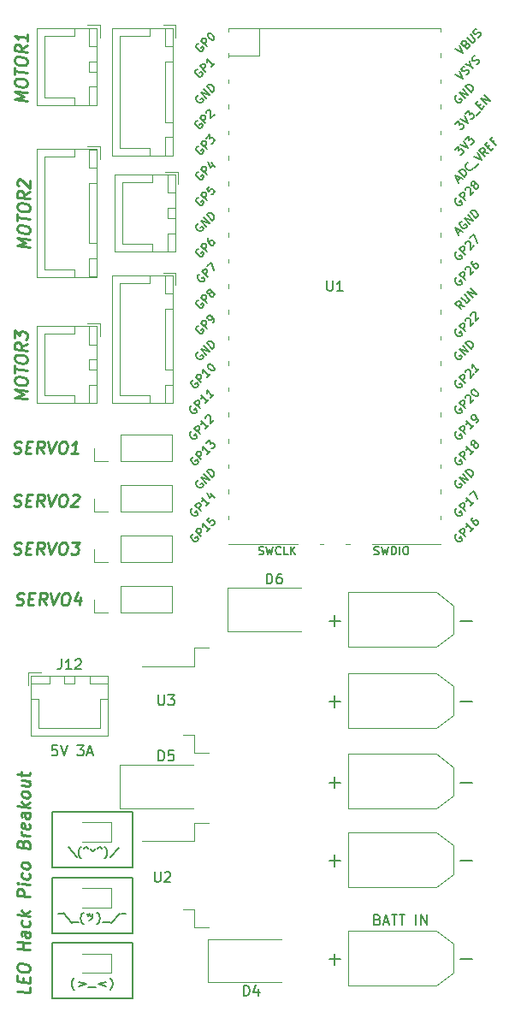
<source format=gbr>
%TF.GenerationSoftware,KiCad,Pcbnew,(6.0.0)*%
%TF.CreationDate,2022-01-01T23:53:49+00:00*%
%TF.ProjectId,main_distro,6d61696e-5f64-4697-9374-726f2e6b6963,rev?*%
%TF.SameCoordinates,Original*%
%TF.FileFunction,Legend,Top*%
%TF.FilePolarity,Positive*%
%FSLAX46Y46*%
G04 Gerber Fmt 4.6, Leading zero omitted, Abs format (unit mm)*
G04 Created by KiCad (PCBNEW (6.0.0)) date 2022-01-01 23:53:49*
%MOMM*%
%LPD*%
G01*
G04 APERTURE LIST*
%ADD10C,0.250000*%
%ADD11C,0.150000*%
%ADD12C,0.200000*%
%ADD13C,0.120000*%
G04 APERTURE END LIST*
D10*
X71542857Y-67649321D02*
X70342857Y-67499321D01*
X71200000Y-67206464D01*
X70342857Y-66699321D01*
X71542857Y-66849321D01*
X70342857Y-65899321D02*
X70342857Y-65670750D01*
X70400000Y-65563607D01*
X70514285Y-65463607D01*
X70742857Y-65435035D01*
X71142857Y-65485035D01*
X71371428Y-65570750D01*
X71485714Y-65699321D01*
X71542857Y-65820750D01*
X71542857Y-66049321D01*
X71485714Y-66156464D01*
X71371428Y-66256464D01*
X71142857Y-66285035D01*
X70742857Y-66235035D01*
X70514285Y-66149321D01*
X70400000Y-66020750D01*
X70342857Y-65899321D01*
X70342857Y-65042178D02*
X70342857Y-64356464D01*
X71542857Y-64849321D02*
X70342857Y-64699321D01*
X70342857Y-63727892D02*
X70342857Y-63499321D01*
X70400000Y-63392178D01*
X70514285Y-63292178D01*
X70742857Y-63263607D01*
X71142857Y-63313607D01*
X71371428Y-63399321D01*
X71485714Y-63527892D01*
X71542857Y-63649321D01*
X71542857Y-63877892D01*
X71485714Y-63985035D01*
X71371428Y-64085035D01*
X71142857Y-64113607D01*
X70742857Y-64063607D01*
X70514285Y-63977892D01*
X70400000Y-63849321D01*
X70342857Y-63727892D01*
X71542857Y-62163607D02*
X70971428Y-62492178D01*
X71542857Y-62849321D02*
X70342857Y-62699321D01*
X70342857Y-62242178D01*
X70400000Y-62135035D01*
X70457142Y-62085035D01*
X70571428Y-62042178D01*
X70742857Y-62063607D01*
X70857142Y-62135035D01*
X70914285Y-62199321D01*
X70971428Y-62320750D01*
X70971428Y-62777892D01*
X71542857Y-61020750D02*
X71542857Y-61706464D01*
X71542857Y-61363607D02*
X70342857Y-61213607D01*
X70514285Y-61349321D01*
X70628571Y-61477892D01*
X70685714Y-61599321D01*
X71792857Y-82149321D02*
X70592857Y-81999321D01*
X71450000Y-81706464D01*
X70592857Y-81199321D01*
X71792857Y-81349321D01*
X70592857Y-80399321D02*
X70592857Y-80170750D01*
X70650000Y-80063607D01*
X70764285Y-79963607D01*
X70992857Y-79935035D01*
X71392857Y-79985035D01*
X71621428Y-80070750D01*
X71735714Y-80199321D01*
X71792857Y-80320750D01*
X71792857Y-80549321D01*
X71735714Y-80656464D01*
X71621428Y-80756464D01*
X71392857Y-80785035D01*
X70992857Y-80735035D01*
X70764285Y-80649321D01*
X70650000Y-80520750D01*
X70592857Y-80399321D01*
X70592857Y-79542178D02*
X70592857Y-78856464D01*
X71792857Y-79349321D02*
X70592857Y-79199321D01*
X70592857Y-78227892D02*
X70592857Y-77999321D01*
X70650000Y-77892178D01*
X70764285Y-77792178D01*
X70992857Y-77763607D01*
X71392857Y-77813607D01*
X71621428Y-77899321D01*
X71735714Y-78027892D01*
X71792857Y-78149321D01*
X71792857Y-78377892D01*
X71735714Y-78485035D01*
X71621428Y-78585035D01*
X71392857Y-78613607D01*
X70992857Y-78563607D01*
X70764285Y-78477892D01*
X70650000Y-78349321D01*
X70592857Y-78227892D01*
X71792857Y-76663607D02*
X71221428Y-76992178D01*
X71792857Y-77349321D02*
X70592857Y-77199321D01*
X70592857Y-76742178D01*
X70650000Y-76635035D01*
X70707142Y-76585035D01*
X70821428Y-76542178D01*
X70992857Y-76563607D01*
X71107142Y-76635035D01*
X71164285Y-76699321D01*
X71221428Y-76820750D01*
X71221428Y-77277892D01*
X70707142Y-76070750D02*
X70650000Y-76006464D01*
X70592857Y-75885035D01*
X70592857Y-75599321D01*
X70650000Y-75492178D01*
X70707142Y-75442178D01*
X70821428Y-75399321D01*
X70935714Y-75413607D01*
X71107142Y-75492178D01*
X71792857Y-76263607D01*
X71792857Y-75520750D01*
X71542857Y-97149321D02*
X70342857Y-96999321D01*
X71200000Y-96706464D01*
X70342857Y-96199321D01*
X71542857Y-96349321D01*
X70342857Y-95399321D02*
X70342857Y-95170750D01*
X70400000Y-95063607D01*
X70514285Y-94963607D01*
X70742857Y-94935035D01*
X71142857Y-94985035D01*
X71371428Y-95070750D01*
X71485714Y-95199321D01*
X71542857Y-95320750D01*
X71542857Y-95549321D01*
X71485714Y-95656464D01*
X71371428Y-95756464D01*
X71142857Y-95785035D01*
X70742857Y-95735035D01*
X70514285Y-95649321D01*
X70400000Y-95520750D01*
X70342857Y-95399321D01*
X70342857Y-94542178D02*
X70342857Y-93856464D01*
X71542857Y-94349321D02*
X70342857Y-94199321D01*
X70342857Y-93227892D02*
X70342857Y-92999321D01*
X70400000Y-92892178D01*
X70514285Y-92792178D01*
X70742857Y-92763607D01*
X71142857Y-92813607D01*
X71371428Y-92899321D01*
X71485714Y-93027892D01*
X71542857Y-93149321D01*
X71542857Y-93377892D01*
X71485714Y-93485035D01*
X71371428Y-93585035D01*
X71142857Y-93613607D01*
X70742857Y-93563607D01*
X70514285Y-93477892D01*
X70400000Y-93349321D01*
X70342857Y-93227892D01*
X71542857Y-91663607D02*
X70971428Y-91992178D01*
X71542857Y-92349321D02*
X70342857Y-92199321D01*
X70342857Y-91742178D01*
X70400000Y-91635035D01*
X70457142Y-91585035D01*
X70571428Y-91542178D01*
X70742857Y-91563607D01*
X70857142Y-91635035D01*
X70914285Y-91699321D01*
X70971428Y-91820750D01*
X70971428Y-92277892D01*
X70342857Y-91113607D02*
X70342857Y-90370750D01*
X70800000Y-90827892D01*
X70800000Y-90656464D01*
X70857142Y-90549321D01*
X70914285Y-90499321D01*
X71028571Y-90456464D01*
X71314285Y-90492178D01*
X71428571Y-90563607D01*
X71485714Y-90627892D01*
X71542857Y-90749321D01*
X71542857Y-91092178D01*
X71485714Y-91199321D01*
X71428571Y-91249321D01*
D11*
X106238095Y-148678571D02*
X106380952Y-148726190D01*
X106428571Y-148773809D01*
X106476190Y-148869047D01*
X106476190Y-149011904D01*
X106428571Y-149107142D01*
X106380952Y-149154761D01*
X106285714Y-149202380D01*
X105904761Y-149202380D01*
X105904761Y-148202380D01*
X106238095Y-148202380D01*
X106333333Y-148250000D01*
X106380952Y-148297619D01*
X106428571Y-148392857D01*
X106428571Y-148488095D01*
X106380952Y-148583333D01*
X106333333Y-148630952D01*
X106238095Y-148678571D01*
X105904761Y-148678571D01*
X106857142Y-148916666D02*
X107333333Y-148916666D01*
X106761904Y-149202380D02*
X107095238Y-148202380D01*
X107428571Y-149202380D01*
X107619047Y-148202380D02*
X108190476Y-148202380D01*
X107904761Y-149202380D02*
X107904761Y-148202380D01*
X108380952Y-148202380D02*
X108952380Y-148202380D01*
X108666666Y-149202380D02*
X108666666Y-148202380D01*
X110047619Y-149202380D02*
X110047619Y-148202380D01*
X110523809Y-149202380D02*
X110523809Y-148202380D01*
X111095238Y-149202380D01*
X111095238Y-148202380D01*
D10*
X70443535Y-117485714D02*
X70607821Y-117542857D01*
X70893535Y-117542857D01*
X71014964Y-117485714D01*
X71079250Y-117428571D01*
X71150678Y-117314285D01*
X71164964Y-117200000D01*
X71122107Y-117085714D01*
X71072107Y-117028571D01*
X70964964Y-116971428D01*
X70743535Y-116914285D01*
X70636392Y-116857142D01*
X70586392Y-116800000D01*
X70543535Y-116685714D01*
X70557821Y-116571428D01*
X70629250Y-116457142D01*
X70693535Y-116400000D01*
X70814964Y-116342857D01*
X71100678Y-116342857D01*
X71264964Y-116400000D01*
X71714964Y-116914285D02*
X72114964Y-116914285D01*
X72207821Y-117542857D02*
X71636392Y-117542857D01*
X71786392Y-116342857D01*
X72357821Y-116342857D01*
X73407821Y-117542857D02*
X73079250Y-116971428D01*
X72722107Y-117542857D02*
X72872107Y-116342857D01*
X73329250Y-116342857D01*
X73436392Y-116400000D01*
X73486392Y-116457142D01*
X73529250Y-116571428D01*
X73507821Y-116742857D01*
X73436392Y-116857142D01*
X73372107Y-116914285D01*
X73250678Y-116971428D01*
X72793535Y-116971428D01*
X73900678Y-116342857D02*
X74150678Y-117542857D01*
X74700678Y-116342857D01*
X75329250Y-116342857D02*
X75557821Y-116342857D01*
X75664964Y-116400000D01*
X75764964Y-116514285D01*
X75793535Y-116742857D01*
X75743535Y-117142857D01*
X75657821Y-117371428D01*
X75529250Y-117485714D01*
X75407821Y-117542857D01*
X75179250Y-117542857D01*
X75072107Y-117485714D01*
X74972107Y-117371428D01*
X74943535Y-117142857D01*
X74993535Y-116742857D01*
X75079250Y-116514285D01*
X75207821Y-116400000D01*
X75329250Y-116342857D01*
X76822107Y-116742857D02*
X76722107Y-117542857D01*
X76593535Y-116285714D02*
X76200678Y-117142857D01*
X76943535Y-117142857D01*
X70193535Y-112485714D02*
X70357821Y-112542857D01*
X70643535Y-112542857D01*
X70764964Y-112485714D01*
X70829250Y-112428571D01*
X70900678Y-112314285D01*
X70914964Y-112200000D01*
X70872107Y-112085714D01*
X70822107Y-112028571D01*
X70714964Y-111971428D01*
X70493535Y-111914285D01*
X70386392Y-111857142D01*
X70336392Y-111800000D01*
X70293535Y-111685714D01*
X70307821Y-111571428D01*
X70379250Y-111457142D01*
X70443535Y-111400000D01*
X70564964Y-111342857D01*
X70850678Y-111342857D01*
X71014964Y-111400000D01*
X71464964Y-111914285D02*
X71864964Y-111914285D01*
X71957821Y-112542857D02*
X71386392Y-112542857D01*
X71536392Y-111342857D01*
X72107821Y-111342857D01*
X73157821Y-112542857D02*
X72829250Y-111971428D01*
X72472107Y-112542857D02*
X72622107Y-111342857D01*
X73079250Y-111342857D01*
X73186392Y-111400000D01*
X73236392Y-111457142D01*
X73279250Y-111571428D01*
X73257821Y-111742857D01*
X73186392Y-111857142D01*
X73122107Y-111914285D01*
X73000678Y-111971428D01*
X72543535Y-111971428D01*
X73650678Y-111342857D02*
X73900678Y-112542857D01*
X74450678Y-111342857D01*
X75079250Y-111342857D02*
X75307821Y-111342857D01*
X75414964Y-111400000D01*
X75514964Y-111514285D01*
X75543535Y-111742857D01*
X75493535Y-112142857D01*
X75407821Y-112371428D01*
X75279250Y-112485714D01*
X75157821Y-112542857D01*
X74929250Y-112542857D01*
X74822107Y-112485714D01*
X74722107Y-112371428D01*
X74693535Y-112142857D01*
X74743535Y-111742857D01*
X74829250Y-111514285D01*
X74957821Y-111400000D01*
X75079250Y-111342857D01*
X75993535Y-111342857D02*
X76736392Y-111342857D01*
X76279250Y-111800000D01*
X76450678Y-111800000D01*
X76557821Y-111857142D01*
X76607821Y-111914285D01*
X76650678Y-112028571D01*
X76614964Y-112314285D01*
X76543535Y-112428571D01*
X76479250Y-112485714D01*
X76357821Y-112542857D01*
X76014964Y-112542857D01*
X75907821Y-112485714D01*
X75857821Y-112428571D01*
X70193535Y-107735714D02*
X70357821Y-107792857D01*
X70643535Y-107792857D01*
X70764964Y-107735714D01*
X70829250Y-107678571D01*
X70900678Y-107564285D01*
X70914964Y-107450000D01*
X70872107Y-107335714D01*
X70822107Y-107278571D01*
X70714964Y-107221428D01*
X70493535Y-107164285D01*
X70386392Y-107107142D01*
X70336392Y-107050000D01*
X70293535Y-106935714D01*
X70307821Y-106821428D01*
X70379250Y-106707142D01*
X70443535Y-106650000D01*
X70564964Y-106592857D01*
X70850678Y-106592857D01*
X71014964Y-106650000D01*
X71464964Y-107164285D02*
X71864964Y-107164285D01*
X71957821Y-107792857D02*
X71386392Y-107792857D01*
X71536392Y-106592857D01*
X72107821Y-106592857D01*
X73157821Y-107792857D02*
X72829250Y-107221428D01*
X72472107Y-107792857D02*
X72622107Y-106592857D01*
X73079250Y-106592857D01*
X73186392Y-106650000D01*
X73236392Y-106707142D01*
X73279250Y-106821428D01*
X73257821Y-106992857D01*
X73186392Y-107107142D01*
X73122107Y-107164285D01*
X73000678Y-107221428D01*
X72543535Y-107221428D01*
X73650678Y-106592857D02*
X73900678Y-107792857D01*
X74450678Y-106592857D01*
X75079250Y-106592857D02*
X75307821Y-106592857D01*
X75414964Y-106650000D01*
X75514964Y-106764285D01*
X75543535Y-106992857D01*
X75493535Y-107392857D01*
X75407821Y-107621428D01*
X75279250Y-107735714D01*
X75157821Y-107792857D01*
X74929250Y-107792857D01*
X74822107Y-107735714D01*
X74722107Y-107621428D01*
X74693535Y-107392857D01*
X74743535Y-106992857D01*
X74829250Y-106764285D01*
X74957821Y-106650000D01*
X75079250Y-106592857D01*
X76036392Y-106707142D02*
X76100678Y-106650000D01*
X76222107Y-106592857D01*
X76507821Y-106592857D01*
X76614964Y-106650000D01*
X76664964Y-106707142D01*
X76707821Y-106821428D01*
X76693535Y-106935714D01*
X76614964Y-107107142D01*
X75843535Y-107792857D01*
X76586392Y-107792857D01*
X70193535Y-102485714D02*
X70357821Y-102542857D01*
X70643535Y-102542857D01*
X70764964Y-102485714D01*
X70829250Y-102428571D01*
X70900678Y-102314285D01*
X70914964Y-102200000D01*
X70872107Y-102085714D01*
X70822107Y-102028571D01*
X70714964Y-101971428D01*
X70493535Y-101914285D01*
X70386392Y-101857142D01*
X70336392Y-101800000D01*
X70293535Y-101685714D01*
X70307821Y-101571428D01*
X70379250Y-101457142D01*
X70443535Y-101400000D01*
X70564964Y-101342857D01*
X70850678Y-101342857D01*
X71014964Y-101400000D01*
X71464964Y-101914285D02*
X71864964Y-101914285D01*
X71957821Y-102542857D02*
X71386392Y-102542857D01*
X71536392Y-101342857D01*
X72107821Y-101342857D01*
X73157821Y-102542857D02*
X72829250Y-101971428D01*
X72472107Y-102542857D02*
X72622107Y-101342857D01*
X73079250Y-101342857D01*
X73186392Y-101400000D01*
X73236392Y-101457142D01*
X73279250Y-101571428D01*
X73257821Y-101742857D01*
X73186392Y-101857142D01*
X73122107Y-101914285D01*
X73000678Y-101971428D01*
X72543535Y-101971428D01*
X73650678Y-101342857D02*
X73900678Y-102542857D01*
X74450678Y-101342857D01*
X75079250Y-101342857D02*
X75307821Y-101342857D01*
X75414964Y-101400000D01*
X75514964Y-101514285D01*
X75543535Y-101742857D01*
X75493535Y-102142857D01*
X75407821Y-102371428D01*
X75279250Y-102485714D01*
X75157821Y-102542857D01*
X74929250Y-102542857D01*
X74822107Y-102485714D01*
X74722107Y-102371428D01*
X74693535Y-102142857D01*
X74743535Y-101742857D01*
X74829250Y-101514285D01*
X74957821Y-101400000D01*
X75079250Y-101342857D01*
X76586392Y-102542857D02*
X75900678Y-102542857D01*
X76243535Y-102542857D02*
X76393535Y-101342857D01*
X76257821Y-101514285D01*
X76129250Y-101628571D01*
X76007821Y-101685714D01*
D12*
X82000000Y-143500000D02*
X74000000Y-143500000D01*
X74000000Y-143500000D02*
X74000000Y-138000000D01*
X74000000Y-138000000D02*
X82000000Y-138000000D01*
X82000000Y-138000000D02*
X82000000Y-143500000D01*
X82000000Y-150000000D02*
X74000000Y-150000000D01*
X74000000Y-150000000D02*
X74000000Y-144500000D01*
X74000000Y-144500000D02*
X82000000Y-144500000D01*
X82000000Y-144500000D02*
X82000000Y-150000000D01*
X74000000Y-151000000D02*
X82000000Y-151000000D01*
X82000000Y-151000000D02*
X82000000Y-156500000D01*
X82000000Y-156500000D02*
X74000000Y-156500000D01*
X74000000Y-156500000D02*
X74000000Y-151000000D01*
D11*
X76238095Y-155625000D02*
X76190476Y-155589285D01*
X76095238Y-155482142D01*
X76047619Y-155410714D01*
X76000000Y-155303571D01*
X75952380Y-155125000D01*
X75952380Y-154982142D01*
X76000000Y-154803571D01*
X76047619Y-154696428D01*
X76095238Y-154625000D01*
X76190476Y-154517857D01*
X76238095Y-154482142D01*
X76619047Y-154839285D02*
X77380952Y-155053571D01*
X76619047Y-155267857D01*
X77619047Y-155410714D02*
X78380952Y-155410714D01*
X79380952Y-154839285D02*
X78619047Y-155053571D01*
X79380952Y-155267857D01*
X79761904Y-155625000D02*
X79809523Y-155589285D01*
X79904761Y-155482142D01*
X79952380Y-155410714D01*
X80000000Y-155303571D01*
X80047619Y-155125000D01*
X80047619Y-154982142D01*
X80000000Y-154803571D01*
X79952380Y-154696428D01*
X79904761Y-154625000D01*
X79809523Y-154517857D01*
X79761904Y-154482142D01*
X75630952Y-141517857D02*
X76488095Y-142482142D01*
X76916666Y-142625000D02*
X76869047Y-142589285D01*
X76773809Y-142482142D01*
X76726190Y-142410714D01*
X76678571Y-142303571D01*
X76630952Y-142125000D01*
X76630952Y-141982142D01*
X76678571Y-141803571D01*
X76726190Y-141696428D01*
X76773809Y-141625000D01*
X76869047Y-141517857D01*
X76916666Y-141482142D01*
X77202380Y-141696428D02*
X77202380Y-141625000D01*
X77250000Y-141553571D01*
X77345238Y-141517857D01*
X77440476Y-141517857D01*
X77535714Y-141553571D01*
X77583333Y-141625000D01*
X77583333Y-141696428D01*
X77869047Y-141696428D02*
X77869047Y-141767857D01*
X77916666Y-141839285D01*
X78011904Y-141875000D01*
X78107142Y-141875000D01*
X78202380Y-141839285D01*
X78250000Y-141767857D01*
X78250000Y-141696428D01*
X78535714Y-141696428D02*
X78535714Y-141625000D01*
X78583333Y-141553571D01*
X78678571Y-141517857D01*
X78773809Y-141517857D01*
X78869047Y-141553571D01*
X78916666Y-141625000D01*
X78916666Y-141696428D01*
X79202380Y-142625000D02*
X79250000Y-142589285D01*
X79345238Y-142482142D01*
X79392857Y-142410714D01*
X79440476Y-142303571D01*
X79488095Y-142125000D01*
X79488095Y-141982142D01*
X79440476Y-141803571D01*
X79392857Y-141696428D01*
X79345238Y-141625000D01*
X79250000Y-141517857D01*
X79202380Y-141482142D01*
X80678571Y-141553571D02*
X79821428Y-142517857D01*
X74666666Y-148125000D02*
X75142857Y-148125000D01*
X75095238Y-148017857D02*
X75952380Y-148982142D01*
X75857142Y-148910714D02*
X76619047Y-148910714D01*
X77142857Y-149125000D02*
X77095238Y-149089285D01*
X77000000Y-148982142D01*
X76952380Y-148910714D01*
X76904761Y-148803571D01*
X76857142Y-148625000D01*
X76857142Y-148482142D01*
X76904761Y-148303571D01*
X76952380Y-148196428D01*
X77000000Y-148125000D01*
X77095238Y-148017857D01*
X77142857Y-147982142D01*
X77523809Y-148125000D02*
X77619047Y-148375000D01*
X77714285Y-148089285D02*
X77809523Y-148303571D01*
X78047619Y-148125000D02*
X78047619Y-148339285D01*
X78000000Y-148482142D01*
X77904761Y-148625000D01*
X77809523Y-148696428D01*
X77666666Y-148767857D01*
X78476190Y-149125000D02*
X78523809Y-149089285D01*
X78619047Y-148982142D01*
X78666666Y-148910714D01*
X78714285Y-148803571D01*
X78761904Y-148625000D01*
X78761904Y-148482142D01*
X78714285Y-148303571D01*
X78666666Y-148196428D01*
X78619047Y-148125000D01*
X78523809Y-148017857D01*
X78476190Y-147982142D01*
X79000000Y-148910714D02*
X79761904Y-148910714D01*
X80714285Y-148053571D02*
X79857142Y-149017857D01*
X80857142Y-148125000D02*
X81333333Y-148125000D01*
X74523809Y-131452380D02*
X74047619Y-131452380D01*
X74000000Y-131928571D01*
X74047619Y-131880952D01*
X74142857Y-131833333D01*
X74380952Y-131833333D01*
X74476190Y-131880952D01*
X74523809Y-131928571D01*
X74571428Y-132023809D01*
X74571428Y-132261904D01*
X74523809Y-132357142D01*
X74476190Y-132404761D01*
X74380952Y-132452380D01*
X74142857Y-132452380D01*
X74047619Y-132404761D01*
X74000000Y-132357142D01*
X74857142Y-131452380D02*
X75190476Y-132452380D01*
X75523809Y-131452380D01*
X76523809Y-131452380D02*
X77142857Y-131452380D01*
X76809523Y-131833333D01*
X76952380Y-131833333D01*
X77047619Y-131880952D01*
X77095238Y-131928571D01*
X77142857Y-132023809D01*
X77142857Y-132261904D01*
X77095238Y-132357142D01*
X77047619Y-132404761D01*
X76952380Y-132452380D01*
X76666666Y-132452380D01*
X76571428Y-132404761D01*
X76523809Y-132357142D01*
X77523809Y-132166666D02*
X78000000Y-132166666D01*
X77428571Y-132452380D02*
X77761904Y-131452380D01*
X78095238Y-132452380D01*
D10*
X71792857Y-155342178D02*
X71792857Y-155913607D01*
X70592857Y-155763607D01*
X71164285Y-154863607D02*
X71164285Y-154463607D01*
X71792857Y-154370750D02*
X71792857Y-154942178D01*
X70592857Y-154792178D01*
X70592857Y-154220750D01*
X70592857Y-153477892D02*
X70592857Y-153249321D01*
X70650000Y-153142178D01*
X70764285Y-153042178D01*
X70992857Y-153013607D01*
X71392857Y-153063607D01*
X71621428Y-153149321D01*
X71735714Y-153277892D01*
X71792857Y-153399321D01*
X71792857Y-153627892D01*
X71735714Y-153735035D01*
X71621428Y-153835035D01*
X71392857Y-153863607D01*
X70992857Y-153813607D01*
X70764285Y-153727892D01*
X70650000Y-153599321D01*
X70592857Y-153477892D01*
X71792857Y-151685035D02*
X70592857Y-151535035D01*
X71164285Y-151606464D02*
X71164285Y-150920750D01*
X71792857Y-150999321D02*
X70592857Y-150849321D01*
X71792857Y-149913607D02*
X71164285Y-149835035D01*
X71050000Y-149877892D01*
X70992857Y-149985035D01*
X70992857Y-150213607D01*
X71050000Y-150335035D01*
X71735714Y-149906464D02*
X71792857Y-150027892D01*
X71792857Y-150313607D01*
X71735714Y-150420750D01*
X71621428Y-150463607D01*
X71507142Y-150449321D01*
X71392857Y-150377892D01*
X71335714Y-150256464D01*
X71335714Y-149970750D01*
X71278571Y-149849321D01*
X71735714Y-148820750D02*
X71792857Y-148942178D01*
X71792857Y-149170750D01*
X71735714Y-149277892D01*
X71678571Y-149327892D01*
X71564285Y-149370750D01*
X71221428Y-149327892D01*
X71107142Y-149256464D01*
X71050000Y-149192178D01*
X70992857Y-149070750D01*
X70992857Y-148842178D01*
X71050000Y-148735035D01*
X71792857Y-148313607D02*
X70592857Y-148163607D01*
X71335714Y-148142178D02*
X71792857Y-147856464D01*
X70992857Y-147756464D02*
X71450000Y-148270750D01*
X71792857Y-146427892D02*
X70592857Y-146277892D01*
X70592857Y-145820750D01*
X70650000Y-145713607D01*
X70707142Y-145663607D01*
X70821428Y-145620750D01*
X70992857Y-145642178D01*
X71107142Y-145713607D01*
X71164285Y-145777892D01*
X71221428Y-145899321D01*
X71221428Y-146356464D01*
X71792857Y-145227892D02*
X70992857Y-145127892D01*
X70592857Y-145077892D02*
X70650000Y-145142178D01*
X70707142Y-145092178D01*
X70650000Y-145027892D01*
X70592857Y-145077892D01*
X70707142Y-145092178D01*
X71735714Y-144135035D02*
X71792857Y-144256464D01*
X71792857Y-144485035D01*
X71735714Y-144592178D01*
X71678571Y-144642178D01*
X71564285Y-144685035D01*
X71221428Y-144642178D01*
X71107142Y-144570750D01*
X71050000Y-144506464D01*
X70992857Y-144385035D01*
X70992857Y-144156464D01*
X71050000Y-144049321D01*
X71792857Y-143456464D02*
X71735714Y-143563607D01*
X71678571Y-143613607D01*
X71564285Y-143656464D01*
X71221428Y-143613607D01*
X71107142Y-143542178D01*
X71050000Y-143477892D01*
X70992857Y-143356464D01*
X70992857Y-143185035D01*
X71050000Y-143077892D01*
X71107142Y-143027892D01*
X71221428Y-142985035D01*
X71564285Y-143027892D01*
X71678571Y-143099321D01*
X71735714Y-143163607D01*
X71792857Y-143285035D01*
X71792857Y-143456464D01*
X71164285Y-141149321D02*
X71221428Y-140985035D01*
X71278571Y-140935035D01*
X71392857Y-140892178D01*
X71564285Y-140913607D01*
X71678571Y-140985035D01*
X71735714Y-141049321D01*
X71792857Y-141170750D01*
X71792857Y-141627892D01*
X70592857Y-141477892D01*
X70592857Y-141077892D01*
X70650000Y-140970750D01*
X70707142Y-140920750D01*
X70821428Y-140877892D01*
X70935714Y-140892178D01*
X71050000Y-140963607D01*
X71107142Y-141027892D01*
X71164285Y-141149321D01*
X71164285Y-141549321D01*
X71792857Y-140427892D02*
X70992857Y-140327892D01*
X71221428Y-140356464D02*
X71107142Y-140285035D01*
X71050000Y-140220750D01*
X70992857Y-140099321D01*
X70992857Y-139985035D01*
X71735714Y-139220750D02*
X71792857Y-139342178D01*
X71792857Y-139570750D01*
X71735714Y-139677892D01*
X71621428Y-139720750D01*
X71164285Y-139663607D01*
X71050000Y-139592178D01*
X70992857Y-139470750D01*
X70992857Y-139242178D01*
X71050000Y-139135035D01*
X71164285Y-139092178D01*
X71278571Y-139106464D01*
X71392857Y-139692178D01*
X71792857Y-138142178D02*
X71164285Y-138063607D01*
X71050000Y-138106464D01*
X70992857Y-138213607D01*
X70992857Y-138442178D01*
X71050000Y-138563607D01*
X71735714Y-138135035D02*
X71792857Y-138256464D01*
X71792857Y-138542178D01*
X71735714Y-138649321D01*
X71621428Y-138692178D01*
X71507142Y-138677892D01*
X71392857Y-138606464D01*
X71335714Y-138485035D01*
X71335714Y-138199321D01*
X71278571Y-138077892D01*
X71792857Y-137570750D02*
X70592857Y-137420750D01*
X71335714Y-137399321D02*
X71792857Y-137113607D01*
X70992857Y-137013607D02*
X71450000Y-137527892D01*
X71792857Y-136427892D02*
X71735714Y-136535035D01*
X71678571Y-136585035D01*
X71564285Y-136627892D01*
X71221428Y-136585035D01*
X71107142Y-136513607D01*
X71050000Y-136449321D01*
X70992857Y-136327892D01*
X70992857Y-136156464D01*
X71050000Y-136049321D01*
X71107142Y-135999321D01*
X71221428Y-135956464D01*
X71564285Y-135999321D01*
X71678571Y-136070750D01*
X71735714Y-136135035D01*
X71792857Y-136256464D01*
X71792857Y-136427892D01*
X70992857Y-134899321D02*
X71792857Y-134999321D01*
X70992857Y-135413607D02*
X71621428Y-135492178D01*
X71735714Y-135449321D01*
X71792857Y-135342178D01*
X71792857Y-135170750D01*
X71735714Y-135049321D01*
X71678571Y-134985035D01*
X70992857Y-134499321D02*
X70992857Y-134042178D01*
X70592857Y-134277892D02*
X71621428Y-134406464D01*
X71735714Y-134363607D01*
X71792857Y-134256464D01*
X71792857Y-134142178D01*
D11*
%TO.C,J12*%
X74940476Y-122902380D02*
X74940476Y-123616666D01*
X74892857Y-123759523D01*
X74797619Y-123854761D01*
X74654761Y-123902380D01*
X74559523Y-123902380D01*
X75940476Y-123902380D02*
X75369047Y-123902380D01*
X75654761Y-123902380D02*
X75654761Y-122902380D01*
X75559523Y-123045238D01*
X75464285Y-123140476D01*
X75369047Y-123188095D01*
X76321428Y-122997619D02*
X76369047Y-122950000D01*
X76464285Y-122902380D01*
X76702380Y-122902380D01*
X76797619Y-122950000D01*
X76845238Y-122997619D01*
X76892857Y-123092857D01*
X76892857Y-123188095D01*
X76845238Y-123330952D01*
X76273809Y-123902380D01*
X76892857Y-123902380D01*
%TO.C,J7*%
X101428571Y-152607142D02*
X102571428Y-152607142D01*
X102000000Y-153178571D02*
X102000000Y-152035714D01*
X114428571Y-152607142D02*
X115571428Y-152607142D01*
%TO.C,U1*%
X101238095Y-85452380D02*
X101238095Y-86261904D01*
X101285714Y-86357142D01*
X101333333Y-86404761D01*
X101428571Y-86452380D01*
X101619047Y-86452380D01*
X101714285Y-86404761D01*
X101761904Y-86357142D01*
X101809523Y-86261904D01*
X101809523Y-85452380D01*
X102809523Y-86452380D02*
X102238095Y-86452380D01*
X102523809Y-86452380D02*
X102523809Y-85452380D01*
X102428571Y-85595238D01*
X102333333Y-85690476D01*
X102238095Y-85738095D01*
X114097722Y-100360592D02*
X114016910Y-100387529D01*
X113936097Y-100468341D01*
X113882223Y-100576091D01*
X113882223Y-100683841D01*
X113909160Y-100764653D01*
X113989972Y-100899340D01*
X114070784Y-100980152D01*
X114205471Y-101060964D01*
X114286284Y-101087902D01*
X114394033Y-101087902D01*
X114501783Y-101034027D01*
X114555658Y-100980152D01*
X114609532Y-100872402D01*
X114609532Y-100818528D01*
X114420971Y-100629966D01*
X114313221Y-100737715D01*
X114905844Y-100629966D02*
X114340158Y-100064280D01*
X114555658Y-99848781D01*
X114636470Y-99821844D01*
X114690345Y-99821844D01*
X114771157Y-99848781D01*
X114851969Y-99929593D01*
X114878906Y-100010406D01*
X114878906Y-100064280D01*
X114851969Y-100145093D01*
X114636470Y-100360592D01*
X115767841Y-99767969D02*
X115444592Y-100091218D01*
X115606216Y-99929593D02*
X115040531Y-99363908D01*
X115067468Y-99498595D01*
X115067468Y-99606345D01*
X115040531Y-99687157D01*
X116037215Y-99498595D02*
X116144964Y-99390845D01*
X116171902Y-99310033D01*
X116171902Y-99256158D01*
X116144964Y-99121471D01*
X116064152Y-98986784D01*
X115848653Y-98771285D01*
X115767841Y-98744348D01*
X115713966Y-98744348D01*
X115633154Y-98771285D01*
X115525404Y-98879035D01*
X115498467Y-98959847D01*
X115498467Y-99013722D01*
X115525404Y-99094534D01*
X115660091Y-99229221D01*
X115740903Y-99256158D01*
X115794778Y-99256158D01*
X115875590Y-99229221D01*
X115983340Y-99121471D01*
X116010277Y-99040659D01*
X116010277Y-98986784D01*
X115983340Y-98905972D01*
X88513096Y-82311218D02*
X88432284Y-82338155D01*
X88351471Y-82418967D01*
X88297597Y-82526717D01*
X88297597Y-82634467D01*
X88324534Y-82715279D01*
X88405346Y-82849966D01*
X88486158Y-82930778D01*
X88620845Y-83011590D01*
X88701658Y-83038528D01*
X88809407Y-83038528D01*
X88917157Y-82984653D01*
X88971032Y-82930778D01*
X89024906Y-82823028D01*
X89024906Y-82769154D01*
X88836345Y-82580592D01*
X88728595Y-82688341D01*
X89321218Y-82580592D02*
X88755532Y-82014906D01*
X88971032Y-81799407D01*
X89051844Y-81772470D01*
X89105719Y-81772470D01*
X89186531Y-81799407D01*
X89267343Y-81880219D01*
X89294280Y-81961032D01*
X89294280Y-82014906D01*
X89267343Y-82095719D01*
X89051844Y-82311218D01*
X89563654Y-81206784D02*
X89455905Y-81314534D01*
X89428967Y-81395346D01*
X89428967Y-81449221D01*
X89455905Y-81583908D01*
X89536717Y-81718595D01*
X89752216Y-81934094D01*
X89833028Y-81961032D01*
X89886903Y-81961032D01*
X89967715Y-81934094D01*
X90075465Y-81826345D01*
X90102402Y-81745532D01*
X90102402Y-81691658D01*
X90075465Y-81610845D01*
X89940778Y-81476158D01*
X89859966Y-81449221D01*
X89806091Y-81449221D01*
X89725279Y-81476158D01*
X89617529Y-81583908D01*
X89590592Y-81664720D01*
X89590592Y-81718595D01*
X89617529Y-81799407D01*
X88486158Y-67098155D02*
X88405346Y-67125093D01*
X88324534Y-67205905D01*
X88270659Y-67313654D01*
X88270659Y-67421404D01*
X88297597Y-67502216D01*
X88378409Y-67636903D01*
X88459221Y-67717715D01*
X88593908Y-67798528D01*
X88674720Y-67825465D01*
X88782470Y-67825465D01*
X88890219Y-67771590D01*
X88944094Y-67717715D01*
X88997969Y-67609966D01*
X88997969Y-67556091D01*
X88809407Y-67367529D01*
X88701658Y-67475279D01*
X89294280Y-67367529D02*
X88728595Y-66801844D01*
X89617529Y-67044280D01*
X89051844Y-66478595D01*
X89886903Y-66774906D02*
X89321218Y-66209221D01*
X89455905Y-66074534D01*
X89563654Y-66020659D01*
X89671404Y-66020659D01*
X89752216Y-66047597D01*
X89886903Y-66128409D01*
X89967715Y-66209221D01*
X90048528Y-66343908D01*
X90075465Y-66424720D01*
X90075465Y-66532470D01*
X90021590Y-66640219D01*
X89886903Y-66774906D01*
X88513096Y-89931218D02*
X88432284Y-89958155D01*
X88351471Y-90038967D01*
X88297597Y-90146717D01*
X88297597Y-90254467D01*
X88324534Y-90335279D01*
X88405346Y-90469966D01*
X88486158Y-90550778D01*
X88620845Y-90631590D01*
X88701658Y-90658528D01*
X88809407Y-90658528D01*
X88917157Y-90604653D01*
X88971032Y-90550778D01*
X89024906Y-90443028D01*
X89024906Y-90389154D01*
X88836345Y-90200592D01*
X88728595Y-90308341D01*
X89321218Y-90200592D02*
X88755532Y-89634906D01*
X88971032Y-89419407D01*
X89051844Y-89392470D01*
X89105719Y-89392470D01*
X89186531Y-89419407D01*
X89267343Y-89500219D01*
X89294280Y-89581032D01*
X89294280Y-89634906D01*
X89267343Y-89715719D01*
X89051844Y-89931218D01*
X89913841Y-89607969D02*
X90021590Y-89500219D01*
X90048528Y-89419407D01*
X90048528Y-89365532D01*
X90021590Y-89230845D01*
X89940778Y-89096158D01*
X89725279Y-88880659D01*
X89644467Y-88853722D01*
X89590592Y-88853722D01*
X89509780Y-88880659D01*
X89402030Y-88988409D01*
X89375093Y-89069221D01*
X89375093Y-89123096D01*
X89402030Y-89203908D01*
X89536717Y-89338595D01*
X89617529Y-89365532D01*
X89671404Y-89365532D01*
X89752216Y-89338595D01*
X89859966Y-89230845D01*
X89886903Y-89150033D01*
X89886903Y-89096158D01*
X89859966Y-89015346D01*
X113953129Y-62527309D02*
X114707377Y-62904433D01*
X114330253Y-62150186D01*
X114976751Y-62042436D02*
X115084500Y-61988561D01*
X115138375Y-61988561D01*
X115219187Y-62015499D01*
X115299999Y-62096311D01*
X115326937Y-62177123D01*
X115326937Y-62230998D01*
X115300000Y-62311810D01*
X115084500Y-62527309D01*
X114518815Y-61961624D01*
X114707377Y-61773062D01*
X114788189Y-61746125D01*
X114842064Y-61746125D01*
X114922876Y-61773062D01*
X114976751Y-61826937D01*
X115003688Y-61907749D01*
X115003688Y-61961624D01*
X114976751Y-62042436D01*
X114788189Y-62230998D01*
X115084500Y-61395938D02*
X115542436Y-61853874D01*
X115623248Y-61880812D01*
X115677123Y-61880812D01*
X115757935Y-61853874D01*
X115865685Y-61746125D01*
X115892622Y-61665312D01*
X115892622Y-61611438D01*
X115865685Y-61530625D01*
X115407749Y-61072690D01*
X116188934Y-61369001D02*
X116296683Y-61315126D01*
X116431370Y-61180439D01*
X116458308Y-61099627D01*
X116458308Y-61045752D01*
X116431370Y-60964940D01*
X116377496Y-60911065D01*
X116296683Y-60884128D01*
X116242809Y-60884128D01*
X116161996Y-60911065D01*
X116027309Y-60991877D01*
X115946497Y-61018815D01*
X115892622Y-61018815D01*
X115811810Y-60991877D01*
X115757935Y-60938003D01*
X115730998Y-60857190D01*
X115730998Y-60803316D01*
X115757935Y-60722503D01*
X115892622Y-60587816D01*
X116000372Y-60533942D01*
X114097722Y-107980592D02*
X114016910Y-108007529D01*
X113936097Y-108088341D01*
X113882223Y-108196091D01*
X113882223Y-108303841D01*
X113909160Y-108384653D01*
X113989972Y-108519340D01*
X114070784Y-108600152D01*
X114205471Y-108680964D01*
X114286284Y-108707902D01*
X114394033Y-108707902D01*
X114501783Y-108654027D01*
X114555658Y-108600152D01*
X114609532Y-108492402D01*
X114609532Y-108438528D01*
X114420971Y-108249966D01*
X114313221Y-108357715D01*
X114905844Y-108249966D02*
X114340158Y-107684280D01*
X114555658Y-107468781D01*
X114636470Y-107441844D01*
X114690345Y-107441844D01*
X114771157Y-107468781D01*
X114851969Y-107549593D01*
X114878906Y-107630406D01*
X114878906Y-107684280D01*
X114851969Y-107765093D01*
X114636470Y-107980592D01*
X115767841Y-107387969D02*
X115444592Y-107711218D01*
X115606216Y-107549593D02*
X115040531Y-106983908D01*
X115067468Y-107118595D01*
X115067468Y-107226345D01*
X115040531Y-107307157D01*
X115390717Y-106633722D02*
X115767841Y-106256598D01*
X116091089Y-107064720D01*
X114097722Y-95290592D02*
X114016910Y-95317529D01*
X113936097Y-95398341D01*
X113882223Y-95506091D01*
X113882223Y-95613841D01*
X113909160Y-95694653D01*
X113989972Y-95829340D01*
X114070784Y-95910152D01*
X114205471Y-95990964D01*
X114286284Y-96017902D01*
X114394033Y-96017902D01*
X114501783Y-95964027D01*
X114555658Y-95910152D01*
X114609532Y-95802402D01*
X114609532Y-95748528D01*
X114420971Y-95559966D01*
X114313221Y-95667715D01*
X114905844Y-95559966D02*
X114340158Y-94994280D01*
X114555658Y-94778781D01*
X114636470Y-94751844D01*
X114690345Y-94751844D01*
X114771157Y-94778781D01*
X114851969Y-94859593D01*
X114878906Y-94940406D01*
X114878906Y-94994280D01*
X114851969Y-95075093D01*
X114636470Y-95290592D01*
X114932781Y-94509407D02*
X114932781Y-94455532D01*
X114959719Y-94374720D01*
X115094406Y-94240033D01*
X115175218Y-94213096D01*
X115229093Y-94213096D01*
X115309905Y-94240033D01*
X115363780Y-94293908D01*
X115417654Y-94401658D01*
X115417654Y-95048155D01*
X115767841Y-94697969D01*
X116306589Y-94159221D02*
X115983340Y-94482470D01*
X116144964Y-94320845D02*
X115579279Y-93755160D01*
X115606216Y-93889847D01*
X115606216Y-93997597D01*
X115579279Y-94078409D01*
X88486158Y-79798155D02*
X88405346Y-79825093D01*
X88324534Y-79905905D01*
X88270659Y-80013654D01*
X88270659Y-80121404D01*
X88297597Y-80202216D01*
X88378409Y-80336903D01*
X88459221Y-80417715D01*
X88593908Y-80498528D01*
X88674720Y-80525465D01*
X88782470Y-80525465D01*
X88890219Y-80471590D01*
X88944094Y-80417715D01*
X88997969Y-80309966D01*
X88997969Y-80256091D01*
X88809407Y-80067529D01*
X88701658Y-80175279D01*
X89294280Y-80067529D02*
X88728595Y-79501844D01*
X89617529Y-79744280D01*
X89051844Y-79178595D01*
X89886903Y-79474906D02*
X89321218Y-78909221D01*
X89455905Y-78774534D01*
X89563654Y-78720659D01*
X89671404Y-78720659D01*
X89752216Y-78747597D01*
X89886903Y-78828409D01*
X89967715Y-78909221D01*
X90048528Y-79043908D01*
X90075465Y-79124720D01*
X90075465Y-79232470D01*
X90021590Y-79340219D01*
X89886903Y-79474906D01*
X113920473Y-65069966D02*
X114674720Y-65447089D01*
X114297597Y-64692842D01*
X114997969Y-65069966D02*
X115105719Y-65016091D01*
X115240406Y-64881404D01*
X115267343Y-64800592D01*
X115267343Y-64746717D01*
X115240406Y-64665905D01*
X115186531Y-64612030D01*
X115105719Y-64585093D01*
X115051844Y-64585093D01*
X114971032Y-64612030D01*
X114836345Y-64692842D01*
X114755532Y-64719780D01*
X114701658Y-64719780D01*
X114620845Y-64692842D01*
X114566971Y-64638967D01*
X114540033Y-64558155D01*
X114540033Y-64504280D01*
X114566971Y-64423468D01*
X114701658Y-64288781D01*
X114809407Y-64234906D01*
X115428967Y-64154094D02*
X115698341Y-64423468D01*
X114944094Y-64046345D02*
X115428967Y-64154094D01*
X115321218Y-63669221D01*
X116021590Y-64046345D02*
X116129340Y-63992470D01*
X116264027Y-63857783D01*
X116290964Y-63776971D01*
X116290964Y-63723096D01*
X116264027Y-63642284D01*
X116210152Y-63588409D01*
X116129340Y-63561471D01*
X116075465Y-63561471D01*
X115994653Y-63588409D01*
X115859966Y-63669221D01*
X115779154Y-63696158D01*
X115725279Y-63696158D01*
X115644467Y-63669221D01*
X115590592Y-63615346D01*
X115563654Y-63534534D01*
X115563654Y-63480659D01*
X115590592Y-63399847D01*
X115725279Y-63265160D01*
X115833028Y-63211285D01*
X105904761Y-112523809D02*
X106019047Y-112561904D01*
X106209523Y-112561904D01*
X106285714Y-112523809D01*
X106323809Y-112485714D01*
X106361904Y-112409523D01*
X106361904Y-112333333D01*
X106323809Y-112257142D01*
X106285714Y-112219047D01*
X106209523Y-112180952D01*
X106057142Y-112142857D01*
X105980952Y-112104761D01*
X105942857Y-112066666D01*
X105904761Y-111990476D01*
X105904761Y-111914285D01*
X105942857Y-111838095D01*
X105980952Y-111800000D01*
X106057142Y-111761904D01*
X106247619Y-111761904D01*
X106361904Y-111800000D01*
X106628571Y-111761904D02*
X106819047Y-112561904D01*
X106971428Y-111990476D01*
X107123809Y-112561904D01*
X107314285Y-111761904D01*
X107619047Y-112561904D02*
X107619047Y-111761904D01*
X107809523Y-111761904D01*
X107923809Y-111800000D01*
X108000000Y-111876190D01*
X108038095Y-111952380D01*
X108076190Y-112104761D01*
X108076190Y-112219047D01*
X108038095Y-112371428D01*
X108000000Y-112447619D01*
X107923809Y-112523809D01*
X107809523Y-112561904D01*
X107619047Y-112561904D01*
X108419047Y-112561904D02*
X108419047Y-111761904D01*
X108952380Y-111761904D02*
X109104761Y-111761904D01*
X109180952Y-111800000D01*
X109257142Y-111876190D01*
X109295238Y-112028571D01*
X109295238Y-112295238D01*
X109257142Y-112447619D01*
X109180952Y-112523809D01*
X109104761Y-112561904D01*
X108952380Y-112561904D01*
X108876190Y-112523809D01*
X108800000Y-112447619D01*
X108761904Y-112295238D01*
X108761904Y-112028571D01*
X108800000Y-111876190D01*
X108876190Y-111800000D01*
X108952380Y-111761904D01*
X114086158Y-67098155D02*
X114005346Y-67125093D01*
X113924534Y-67205905D01*
X113870659Y-67313654D01*
X113870659Y-67421404D01*
X113897597Y-67502216D01*
X113978409Y-67636903D01*
X114059221Y-67717715D01*
X114193908Y-67798528D01*
X114274720Y-67825465D01*
X114382470Y-67825465D01*
X114490219Y-67771590D01*
X114544094Y-67717715D01*
X114597969Y-67609966D01*
X114597969Y-67556091D01*
X114409407Y-67367529D01*
X114301658Y-67475279D01*
X114894280Y-67367529D02*
X114328595Y-66801844D01*
X115217529Y-67044280D01*
X114651844Y-66478595D01*
X115486903Y-66774906D02*
X114921218Y-66209221D01*
X115055905Y-66074534D01*
X115163654Y-66020659D01*
X115271404Y-66020659D01*
X115352216Y-66047597D01*
X115486903Y-66128409D01*
X115567715Y-66209221D01*
X115648528Y-66343908D01*
X115675465Y-66424720D01*
X115675465Y-66532470D01*
X115621590Y-66640219D01*
X115486903Y-66774906D01*
X114086158Y-105198155D02*
X114005346Y-105225093D01*
X113924534Y-105305905D01*
X113870659Y-105413654D01*
X113870659Y-105521404D01*
X113897597Y-105602216D01*
X113978409Y-105736903D01*
X114059221Y-105817715D01*
X114193908Y-105898528D01*
X114274720Y-105925465D01*
X114382470Y-105925465D01*
X114490219Y-105871590D01*
X114544094Y-105817715D01*
X114597969Y-105709966D01*
X114597969Y-105656091D01*
X114409407Y-105467529D01*
X114301658Y-105575279D01*
X114894280Y-105467529D02*
X114328595Y-104901844D01*
X115217529Y-105144280D01*
X114651844Y-104578595D01*
X115486903Y-104874906D02*
X114921218Y-104309221D01*
X115055905Y-104174534D01*
X115163654Y-104120659D01*
X115271404Y-104120659D01*
X115352216Y-104147597D01*
X115486903Y-104228409D01*
X115567715Y-104309221D01*
X115648528Y-104443908D01*
X115675465Y-104524720D01*
X115675465Y-104632470D01*
X115621590Y-104740219D01*
X115486903Y-104874906D01*
X87989722Y-102900592D02*
X87908910Y-102927529D01*
X87828097Y-103008341D01*
X87774223Y-103116091D01*
X87774223Y-103223841D01*
X87801160Y-103304653D01*
X87881972Y-103439340D01*
X87962784Y-103520152D01*
X88097471Y-103600964D01*
X88178284Y-103627902D01*
X88286033Y-103627902D01*
X88393783Y-103574027D01*
X88447658Y-103520152D01*
X88501532Y-103412402D01*
X88501532Y-103358528D01*
X88312971Y-103169966D01*
X88205221Y-103277715D01*
X88797844Y-103169966D02*
X88232158Y-102604280D01*
X88447658Y-102388781D01*
X88528470Y-102361844D01*
X88582345Y-102361844D01*
X88663157Y-102388781D01*
X88743969Y-102469593D01*
X88770906Y-102550406D01*
X88770906Y-102604280D01*
X88743969Y-102685093D01*
X88528470Y-102900592D01*
X89659841Y-102307969D02*
X89336592Y-102631218D01*
X89498216Y-102469593D02*
X88932531Y-101903908D01*
X88959468Y-102038595D01*
X88959468Y-102146345D01*
X88932531Y-102227157D01*
X89282717Y-101553722D02*
X89632903Y-101203536D01*
X89659841Y-101607597D01*
X89740653Y-101526784D01*
X89821465Y-101499847D01*
X89875340Y-101499847D01*
X89956152Y-101526784D01*
X90090839Y-101661471D01*
X90117776Y-101742284D01*
X90117776Y-101796158D01*
X90090839Y-101876971D01*
X89929215Y-102038595D01*
X89848402Y-102065532D01*
X89794528Y-102065532D01*
X88486158Y-92498155D02*
X88405346Y-92525093D01*
X88324534Y-92605905D01*
X88270659Y-92713654D01*
X88270659Y-92821404D01*
X88297597Y-92902216D01*
X88378409Y-93036903D01*
X88459221Y-93117715D01*
X88593908Y-93198528D01*
X88674720Y-93225465D01*
X88782470Y-93225465D01*
X88890219Y-93171590D01*
X88944094Y-93117715D01*
X88997969Y-93009966D01*
X88997969Y-92956091D01*
X88809407Y-92767529D01*
X88701658Y-92875279D01*
X89294280Y-92767529D02*
X88728595Y-92201844D01*
X89617529Y-92444280D01*
X89051844Y-91878595D01*
X89886903Y-92174906D02*
X89321218Y-91609221D01*
X89455905Y-91474534D01*
X89563654Y-91420659D01*
X89671404Y-91420659D01*
X89752216Y-91447597D01*
X89886903Y-91528409D01*
X89967715Y-91609221D01*
X90048528Y-91743908D01*
X90075465Y-91824720D01*
X90075465Y-91932470D01*
X90021590Y-92040219D01*
X89886903Y-92174906D01*
X87989722Y-95280592D02*
X87908910Y-95307529D01*
X87828097Y-95388341D01*
X87774223Y-95496091D01*
X87774223Y-95603841D01*
X87801160Y-95684653D01*
X87881972Y-95819340D01*
X87962784Y-95900152D01*
X88097471Y-95980964D01*
X88178284Y-96007902D01*
X88286033Y-96007902D01*
X88393783Y-95954027D01*
X88447658Y-95900152D01*
X88501532Y-95792402D01*
X88501532Y-95738528D01*
X88312971Y-95549966D01*
X88205221Y-95657715D01*
X88797844Y-95549966D02*
X88232158Y-94984280D01*
X88447658Y-94768781D01*
X88528470Y-94741844D01*
X88582345Y-94741844D01*
X88663157Y-94768781D01*
X88743969Y-94849593D01*
X88770906Y-94930406D01*
X88770906Y-94984280D01*
X88743969Y-95065093D01*
X88528470Y-95280592D01*
X89659841Y-94687969D02*
X89336592Y-95011218D01*
X89498216Y-94849593D02*
X88932531Y-94283908D01*
X88959468Y-94418595D01*
X88959468Y-94526345D01*
X88932531Y-94607157D01*
X89444341Y-93772097D02*
X89498216Y-93718223D01*
X89579028Y-93691285D01*
X89632903Y-93691285D01*
X89713715Y-93718223D01*
X89848402Y-93799035D01*
X89983089Y-93933722D01*
X90063902Y-94068409D01*
X90090839Y-94149221D01*
X90090839Y-94203096D01*
X90063902Y-94283908D01*
X90010027Y-94337783D01*
X89929215Y-94364720D01*
X89875340Y-94364720D01*
X89794528Y-94337783D01*
X89659841Y-94256971D01*
X89525154Y-94122284D01*
X89444341Y-93987597D01*
X89417404Y-93906784D01*
X89417404Y-93852910D01*
X89444341Y-93772097D01*
X88513096Y-61991218D02*
X88432284Y-62018155D01*
X88351471Y-62098967D01*
X88297597Y-62206717D01*
X88297597Y-62314467D01*
X88324534Y-62395279D01*
X88405346Y-62529966D01*
X88486158Y-62610778D01*
X88620845Y-62691590D01*
X88701658Y-62718528D01*
X88809407Y-62718528D01*
X88917157Y-62664653D01*
X88971032Y-62610778D01*
X89024906Y-62503028D01*
X89024906Y-62449154D01*
X88836345Y-62260592D01*
X88728595Y-62368341D01*
X89321218Y-62260592D02*
X88755532Y-61694906D01*
X88971032Y-61479407D01*
X89051844Y-61452470D01*
X89105719Y-61452470D01*
X89186531Y-61479407D01*
X89267343Y-61560219D01*
X89294280Y-61641032D01*
X89294280Y-61694906D01*
X89267343Y-61775719D01*
X89051844Y-61991218D01*
X89428967Y-61021471D02*
X89482842Y-60967597D01*
X89563654Y-60940659D01*
X89617529Y-60940659D01*
X89698341Y-60967597D01*
X89833028Y-61048409D01*
X89967715Y-61183096D01*
X90048528Y-61317783D01*
X90075465Y-61398595D01*
X90075465Y-61452470D01*
X90048528Y-61533282D01*
X89994653Y-61587157D01*
X89913841Y-61614094D01*
X89859966Y-61614094D01*
X89779154Y-61587157D01*
X89644467Y-61506345D01*
X89509780Y-61371658D01*
X89428967Y-61236971D01*
X89402030Y-61156158D01*
X89402030Y-61102284D01*
X89428967Y-61021471D01*
X87989722Y-110520592D02*
X87908910Y-110547529D01*
X87828097Y-110628341D01*
X87774223Y-110736091D01*
X87774223Y-110843841D01*
X87801160Y-110924653D01*
X87881972Y-111059340D01*
X87962784Y-111140152D01*
X88097471Y-111220964D01*
X88178284Y-111247902D01*
X88286033Y-111247902D01*
X88393783Y-111194027D01*
X88447658Y-111140152D01*
X88501532Y-111032402D01*
X88501532Y-110978528D01*
X88312971Y-110789966D01*
X88205221Y-110897715D01*
X88797844Y-110789966D02*
X88232158Y-110224280D01*
X88447658Y-110008781D01*
X88528470Y-109981844D01*
X88582345Y-109981844D01*
X88663157Y-110008781D01*
X88743969Y-110089593D01*
X88770906Y-110170406D01*
X88770906Y-110224280D01*
X88743969Y-110305093D01*
X88528470Y-110520592D01*
X89659841Y-109927969D02*
X89336592Y-110251218D01*
X89498216Y-110089593D02*
X88932531Y-109523908D01*
X88959468Y-109658595D01*
X88959468Y-109766345D01*
X88932531Y-109847157D01*
X89605966Y-108850473D02*
X89336592Y-109119847D01*
X89579028Y-109416158D01*
X89579028Y-109362284D01*
X89605966Y-109281471D01*
X89740653Y-109146784D01*
X89821465Y-109119847D01*
X89875340Y-109119847D01*
X89956152Y-109146784D01*
X90090839Y-109281471D01*
X90117776Y-109362284D01*
X90117776Y-109416158D01*
X90090839Y-109496971D01*
X89956152Y-109631658D01*
X89875340Y-109658595D01*
X89821465Y-109658595D01*
X87943722Y-107980592D02*
X87862910Y-108007529D01*
X87782097Y-108088341D01*
X87728223Y-108196091D01*
X87728223Y-108303841D01*
X87755160Y-108384653D01*
X87835972Y-108519340D01*
X87916784Y-108600152D01*
X88051471Y-108680964D01*
X88132284Y-108707902D01*
X88240033Y-108707902D01*
X88347783Y-108654027D01*
X88401658Y-108600152D01*
X88455532Y-108492402D01*
X88455532Y-108438528D01*
X88266971Y-108249966D01*
X88159221Y-108357715D01*
X88751844Y-108249966D02*
X88186158Y-107684280D01*
X88401658Y-107468781D01*
X88482470Y-107441844D01*
X88536345Y-107441844D01*
X88617157Y-107468781D01*
X88697969Y-107549593D01*
X88724906Y-107630406D01*
X88724906Y-107684280D01*
X88697969Y-107765093D01*
X88482470Y-107980592D01*
X89613841Y-107387969D02*
X89290592Y-107711218D01*
X89452216Y-107549593D02*
X88886531Y-106983908D01*
X88913468Y-107118595D01*
X88913468Y-107226345D01*
X88886531Y-107307157D01*
X89721590Y-106525972D02*
X90098714Y-106903096D01*
X89371404Y-106445160D02*
X89640778Y-106983908D01*
X89990964Y-106633722D01*
X114097722Y-90200592D02*
X114016910Y-90227529D01*
X113936097Y-90308341D01*
X113882223Y-90416091D01*
X113882223Y-90523841D01*
X113909160Y-90604653D01*
X113989972Y-90739340D01*
X114070784Y-90820152D01*
X114205471Y-90900964D01*
X114286284Y-90927902D01*
X114394033Y-90927902D01*
X114501783Y-90874027D01*
X114555658Y-90820152D01*
X114609532Y-90712402D01*
X114609532Y-90658528D01*
X114420971Y-90469966D01*
X114313221Y-90577715D01*
X114905844Y-90469966D02*
X114340158Y-89904280D01*
X114555658Y-89688781D01*
X114636470Y-89661844D01*
X114690345Y-89661844D01*
X114771157Y-89688781D01*
X114851969Y-89769593D01*
X114878906Y-89850406D01*
X114878906Y-89904280D01*
X114851969Y-89985093D01*
X114636470Y-90200592D01*
X114932781Y-89419407D02*
X114932781Y-89365532D01*
X114959719Y-89284720D01*
X115094406Y-89150033D01*
X115175218Y-89123096D01*
X115229093Y-89123096D01*
X115309905Y-89150033D01*
X115363780Y-89203908D01*
X115417654Y-89311658D01*
X115417654Y-89958155D01*
X115767841Y-89607969D01*
X115471529Y-88880659D02*
X115471529Y-88826784D01*
X115498467Y-88745972D01*
X115633154Y-88611285D01*
X115713966Y-88584348D01*
X115767841Y-88584348D01*
X115848653Y-88611285D01*
X115902528Y-88665160D01*
X115956402Y-88772910D01*
X115956402Y-89419407D01*
X116306589Y-89069221D01*
X113889847Y-72490592D02*
X114240033Y-72140406D01*
X114266971Y-72544467D01*
X114347783Y-72463654D01*
X114428595Y-72436717D01*
X114482470Y-72436717D01*
X114563282Y-72463654D01*
X114697969Y-72598341D01*
X114724906Y-72679154D01*
X114724906Y-72733028D01*
X114697969Y-72813841D01*
X114536345Y-72975465D01*
X114455532Y-73002402D01*
X114401658Y-73002402D01*
X114401658Y-71978781D02*
X115155905Y-72355905D01*
X114778781Y-71601658D01*
X114913468Y-71466971D02*
X115263654Y-71116784D01*
X115290592Y-71520845D01*
X115371404Y-71440033D01*
X115452216Y-71413096D01*
X115506091Y-71413096D01*
X115586903Y-71440033D01*
X115721590Y-71574720D01*
X115748528Y-71655532D01*
X115748528Y-71709407D01*
X115721590Y-71790219D01*
X115559966Y-71951844D01*
X115479154Y-71978781D01*
X115425279Y-71978781D01*
X114097722Y-97820592D02*
X114016910Y-97847529D01*
X113936097Y-97928341D01*
X113882223Y-98036091D01*
X113882223Y-98143841D01*
X113909160Y-98224653D01*
X113989972Y-98359340D01*
X114070784Y-98440152D01*
X114205471Y-98520964D01*
X114286284Y-98547902D01*
X114394033Y-98547902D01*
X114501783Y-98494027D01*
X114555658Y-98440152D01*
X114609532Y-98332402D01*
X114609532Y-98278528D01*
X114420971Y-98089966D01*
X114313221Y-98197715D01*
X114905844Y-98089966D02*
X114340158Y-97524280D01*
X114555658Y-97308781D01*
X114636470Y-97281844D01*
X114690345Y-97281844D01*
X114771157Y-97308781D01*
X114851969Y-97389593D01*
X114878906Y-97470406D01*
X114878906Y-97524280D01*
X114851969Y-97605093D01*
X114636470Y-97820592D01*
X114932781Y-97039407D02*
X114932781Y-96985532D01*
X114959719Y-96904720D01*
X115094406Y-96770033D01*
X115175218Y-96743096D01*
X115229093Y-96743096D01*
X115309905Y-96770033D01*
X115363780Y-96823908D01*
X115417654Y-96931658D01*
X115417654Y-97578155D01*
X115767841Y-97227969D01*
X115552341Y-96312097D02*
X115606216Y-96258223D01*
X115687028Y-96231285D01*
X115740903Y-96231285D01*
X115821715Y-96258223D01*
X115956402Y-96339035D01*
X116091089Y-96473722D01*
X116171902Y-96608409D01*
X116198839Y-96689221D01*
X116198839Y-96743096D01*
X116171902Y-96823908D01*
X116118027Y-96877783D01*
X116037215Y-96904720D01*
X115983340Y-96904720D01*
X115902528Y-96877783D01*
X115767841Y-96796971D01*
X115633154Y-96662284D01*
X115552341Y-96527597D01*
X115525404Y-96446784D01*
X115525404Y-96392910D01*
X115552341Y-96312097D01*
X114086158Y-92498155D02*
X114005346Y-92525093D01*
X113924534Y-92605905D01*
X113870659Y-92713654D01*
X113870659Y-92821404D01*
X113897597Y-92902216D01*
X113978409Y-93036903D01*
X114059221Y-93117715D01*
X114193908Y-93198528D01*
X114274720Y-93225465D01*
X114382470Y-93225465D01*
X114490219Y-93171590D01*
X114544094Y-93117715D01*
X114597969Y-93009966D01*
X114597969Y-92956091D01*
X114409407Y-92767529D01*
X114301658Y-92875279D01*
X114894280Y-92767529D02*
X114328595Y-92201844D01*
X115217529Y-92444280D01*
X114651844Y-91878595D01*
X115486903Y-92174906D02*
X114921218Y-91609221D01*
X115055905Y-91474534D01*
X115163654Y-91420659D01*
X115271404Y-91420659D01*
X115352216Y-91447597D01*
X115486903Y-91528409D01*
X115567715Y-91609221D01*
X115648528Y-91743908D01*
X115675465Y-91824720D01*
X115675465Y-91932470D01*
X115621590Y-92040219D01*
X115486903Y-92174906D01*
X88513096Y-74691218D02*
X88432284Y-74718155D01*
X88351471Y-74798967D01*
X88297597Y-74906717D01*
X88297597Y-75014467D01*
X88324534Y-75095279D01*
X88405346Y-75229966D01*
X88486158Y-75310778D01*
X88620845Y-75391590D01*
X88701658Y-75418528D01*
X88809407Y-75418528D01*
X88917157Y-75364653D01*
X88971032Y-75310778D01*
X89024906Y-75203028D01*
X89024906Y-75149154D01*
X88836345Y-74960592D01*
X88728595Y-75068341D01*
X89321218Y-74960592D02*
X88755532Y-74394906D01*
X88971032Y-74179407D01*
X89051844Y-74152470D01*
X89105719Y-74152470D01*
X89186531Y-74179407D01*
X89267343Y-74260219D01*
X89294280Y-74341032D01*
X89294280Y-74394906D01*
X89267343Y-74475719D01*
X89051844Y-74691218D01*
X89752216Y-73775346D02*
X90129340Y-74152470D01*
X89402030Y-73694534D02*
X89671404Y-74233282D01*
X90021590Y-73883096D01*
X113922131Y-69958308D02*
X114272317Y-69608122D01*
X114299255Y-70012183D01*
X114380067Y-69931370D01*
X114460879Y-69904433D01*
X114514754Y-69904433D01*
X114595566Y-69931370D01*
X114730253Y-70066057D01*
X114757190Y-70146870D01*
X114757190Y-70200744D01*
X114730253Y-70281557D01*
X114568629Y-70443181D01*
X114487816Y-70470118D01*
X114433942Y-70470118D01*
X114433942Y-69446497D02*
X115188189Y-69823621D01*
X114811065Y-69069374D01*
X114945752Y-68934687D02*
X115295938Y-68584500D01*
X115322876Y-68988561D01*
X115403688Y-68907749D01*
X115484500Y-68880812D01*
X115538375Y-68880812D01*
X115619187Y-68907749D01*
X115753874Y-69042436D01*
X115780812Y-69123248D01*
X115780812Y-69177123D01*
X115753874Y-69257935D01*
X115592250Y-69419560D01*
X115511438Y-69446497D01*
X115457563Y-69446497D01*
X116023248Y-69096311D02*
X116454247Y-68665312D01*
X116238748Y-68180439D02*
X116427309Y-67991877D01*
X116804433Y-68207377D02*
X116535059Y-68476751D01*
X115969374Y-67911065D01*
X116238748Y-67641691D01*
X117046870Y-67964940D02*
X116481184Y-67399255D01*
X117370118Y-67641691D01*
X116804433Y-67076006D01*
X88513096Y-87391218D02*
X88432284Y-87418155D01*
X88351471Y-87498967D01*
X88297597Y-87606717D01*
X88297597Y-87714467D01*
X88324534Y-87795279D01*
X88405346Y-87929966D01*
X88486158Y-88010778D01*
X88620845Y-88091590D01*
X88701658Y-88118528D01*
X88809407Y-88118528D01*
X88917157Y-88064653D01*
X88971032Y-88010778D01*
X89024906Y-87903028D01*
X89024906Y-87849154D01*
X88836345Y-87660592D01*
X88728595Y-87768341D01*
X89321218Y-87660592D02*
X88755532Y-87094906D01*
X88971032Y-86879407D01*
X89051844Y-86852470D01*
X89105719Y-86852470D01*
X89186531Y-86879407D01*
X89267343Y-86960219D01*
X89294280Y-87041032D01*
X89294280Y-87094906D01*
X89267343Y-87175719D01*
X89051844Y-87391218D01*
X89644467Y-86690845D02*
X89563654Y-86717783D01*
X89509780Y-86717783D01*
X89428967Y-86690845D01*
X89402030Y-86663908D01*
X89375093Y-86583096D01*
X89375093Y-86529221D01*
X89402030Y-86448409D01*
X89509780Y-86340659D01*
X89590592Y-86313722D01*
X89644467Y-86313722D01*
X89725279Y-86340659D01*
X89752216Y-86367597D01*
X89779154Y-86448409D01*
X89779154Y-86502284D01*
X89752216Y-86583096D01*
X89644467Y-86690845D01*
X89617529Y-86771658D01*
X89617529Y-86825532D01*
X89644467Y-86906345D01*
X89752216Y-87014094D01*
X89833028Y-87041032D01*
X89886903Y-87041032D01*
X89967715Y-87014094D01*
X90075465Y-86906345D01*
X90102402Y-86825532D01*
X90102402Y-86771658D01*
X90075465Y-86690845D01*
X89967715Y-86583096D01*
X89886903Y-86556158D01*
X89833028Y-86556158D01*
X89752216Y-86583096D01*
X94490476Y-112523809D02*
X94604761Y-112561904D01*
X94795238Y-112561904D01*
X94871428Y-112523809D01*
X94909523Y-112485714D01*
X94947619Y-112409523D01*
X94947619Y-112333333D01*
X94909523Y-112257142D01*
X94871428Y-112219047D01*
X94795238Y-112180952D01*
X94642857Y-112142857D01*
X94566666Y-112104761D01*
X94528571Y-112066666D01*
X94490476Y-111990476D01*
X94490476Y-111914285D01*
X94528571Y-111838095D01*
X94566666Y-111800000D01*
X94642857Y-111761904D01*
X94833333Y-111761904D01*
X94947619Y-111800000D01*
X95214285Y-111761904D02*
X95404761Y-112561904D01*
X95557142Y-111990476D01*
X95709523Y-112561904D01*
X95900000Y-111761904D01*
X96661904Y-112485714D02*
X96623809Y-112523809D01*
X96509523Y-112561904D01*
X96433333Y-112561904D01*
X96319047Y-112523809D01*
X96242857Y-112447619D01*
X96204761Y-112371428D01*
X96166666Y-112219047D01*
X96166666Y-112104761D01*
X96204761Y-111952380D01*
X96242857Y-111876190D01*
X96319047Y-111800000D01*
X96433333Y-111761904D01*
X96509523Y-111761904D01*
X96623809Y-111800000D01*
X96661904Y-111838095D01*
X97385714Y-112561904D02*
X97004761Y-112561904D01*
X97004761Y-111761904D01*
X97652380Y-112561904D02*
X97652380Y-111761904D01*
X98109523Y-112561904D02*
X97766666Y-112104761D01*
X98109523Y-111761904D02*
X97652380Y-112219047D01*
X88613096Y-84821218D02*
X88532284Y-84848155D01*
X88451471Y-84928967D01*
X88397597Y-85036717D01*
X88397597Y-85144467D01*
X88424534Y-85225279D01*
X88505346Y-85359966D01*
X88586158Y-85440778D01*
X88720845Y-85521590D01*
X88801658Y-85548528D01*
X88909407Y-85548528D01*
X89017157Y-85494653D01*
X89071032Y-85440778D01*
X89124906Y-85333028D01*
X89124906Y-85279154D01*
X88936345Y-85090592D01*
X88828595Y-85198341D01*
X89421218Y-85090592D02*
X88855532Y-84524906D01*
X89071032Y-84309407D01*
X89151844Y-84282470D01*
X89205719Y-84282470D01*
X89286531Y-84309407D01*
X89367343Y-84390219D01*
X89394280Y-84471032D01*
X89394280Y-84524906D01*
X89367343Y-84605719D01*
X89151844Y-84821218D01*
X89367343Y-84013096D02*
X89744467Y-83635972D01*
X90067715Y-84444094D01*
X114154788Y-75533773D02*
X114424162Y-75264399D01*
X114262537Y-75749272D02*
X113885414Y-74995025D01*
X114639661Y-75372149D01*
X114828223Y-75183587D02*
X114262537Y-74617902D01*
X114397224Y-74483215D01*
X114504974Y-74429340D01*
X114612723Y-74429340D01*
X114693536Y-74456277D01*
X114828223Y-74537089D01*
X114909035Y-74617902D01*
X114989847Y-74752589D01*
X115016784Y-74833401D01*
X115016784Y-74941150D01*
X114962910Y-75048900D01*
X114828223Y-75183587D01*
X115663282Y-74240778D02*
X115663282Y-74294653D01*
X115609407Y-74402402D01*
X115555532Y-74456277D01*
X115447783Y-74510152D01*
X115340033Y-74510152D01*
X115259221Y-74483215D01*
X115124534Y-74402402D01*
X115043722Y-74321590D01*
X114962910Y-74186903D01*
X114935972Y-74106091D01*
X114935972Y-73998341D01*
X114989847Y-73890592D01*
X115043722Y-73836717D01*
X115151471Y-73782842D01*
X115205346Y-73782842D01*
X115878781Y-74240778D02*
X116309780Y-73809780D01*
X115744094Y-73136345D02*
X116498341Y-73513468D01*
X116121218Y-72759221D01*
X117198714Y-72813096D02*
X116740778Y-72732284D01*
X116875465Y-73136345D02*
X116309780Y-72570659D01*
X116525279Y-72355160D01*
X116606091Y-72328223D01*
X116659966Y-72328223D01*
X116740778Y-72355160D01*
X116821590Y-72435972D01*
X116848528Y-72516784D01*
X116848528Y-72570659D01*
X116821590Y-72651471D01*
X116606091Y-72866971D01*
X117144839Y-72274348D02*
X117333401Y-72085786D01*
X117710524Y-72301285D02*
X117441150Y-72570659D01*
X116875465Y-72004974D01*
X117144839Y-71735600D01*
X117845211Y-71573975D02*
X117656650Y-71762537D01*
X117952961Y-72058849D02*
X117387276Y-71493163D01*
X117656650Y-71223789D01*
X88513096Y-72151218D02*
X88432284Y-72178155D01*
X88351471Y-72258967D01*
X88297597Y-72366717D01*
X88297597Y-72474467D01*
X88324534Y-72555279D01*
X88405346Y-72689966D01*
X88486158Y-72770778D01*
X88620845Y-72851590D01*
X88701658Y-72878528D01*
X88809407Y-72878528D01*
X88917157Y-72824653D01*
X88971032Y-72770778D01*
X89024906Y-72663028D01*
X89024906Y-72609154D01*
X88836345Y-72420592D01*
X88728595Y-72528341D01*
X89321218Y-72420592D02*
X88755532Y-71854906D01*
X88971032Y-71639407D01*
X89051844Y-71612470D01*
X89105719Y-71612470D01*
X89186531Y-71639407D01*
X89267343Y-71720219D01*
X89294280Y-71801032D01*
X89294280Y-71854906D01*
X89267343Y-71935719D01*
X89051844Y-72151218D01*
X89267343Y-71343096D02*
X89617529Y-70992910D01*
X89644467Y-71396971D01*
X89725279Y-71316158D01*
X89806091Y-71289221D01*
X89859966Y-71289221D01*
X89940778Y-71316158D01*
X90075465Y-71450845D01*
X90102402Y-71531658D01*
X90102402Y-71585532D01*
X90075465Y-71666345D01*
X89913841Y-71827969D01*
X89833028Y-71854906D01*
X89779154Y-71854906D01*
X87843722Y-97820592D02*
X87762910Y-97847529D01*
X87682097Y-97928341D01*
X87628223Y-98036091D01*
X87628223Y-98143841D01*
X87655160Y-98224653D01*
X87735972Y-98359340D01*
X87816784Y-98440152D01*
X87951471Y-98520964D01*
X88032284Y-98547902D01*
X88140033Y-98547902D01*
X88247783Y-98494027D01*
X88301658Y-98440152D01*
X88355532Y-98332402D01*
X88355532Y-98278528D01*
X88166971Y-98089966D01*
X88059221Y-98197715D01*
X88651844Y-98089966D02*
X88086158Y-97524280D01*
X88301658Y-97308781D01*
X88382470Y-97281844D01*
X88436345Y-97281844D01*
X88517157Y-97308781D01*
X88597969Y-97389593D01*
X88624906Y-97470406D01*
X88624906Y-97524280D01*
X88597969Y-97605093D01*
X88382470Y-97820592D01*
X89513841Y-97227969D02*
X89190592Y-97551218D01*
X89352216Y-97389593D02*
X88786531Y-96823908D01*
X88813468Y-96958595D01*
X88813468Y-97066345D01*
X88786531Y-97147157D01*
X90052589Y-96689221D02*
X89729340Y-97012470D01*
X89890964Y-96850845D02*
X89325279Y-96285160D01*
X89352216Y-96419847D01*
X89352216Y-96527597D01*
X89325279Y-96608409D01*
X114097722Y-85120592D02*
X114016910Y-85147529D01*
X113936097Y-85228341D01*
X113882223Y-85336091D01*
X113882223Y-85443841D01*
X113909160Y-85524653D01*
X113989972Y-85659340D01*
X114070784Y-85740152D01*
X114205471Y-85820964D01*
X114286284Y-85847902D01*
X114394033Y-85847902D01*
X114501783Y-85794027D01*
X114555658Y-85740152D01*
X114609532Y-85632402D01*
X114609532Y-85578528D01*
X114420971Y-85389966D01*
X114313221Y-85497715D01*
X114905844Y-85389966D02*
X114340158Y-84824280D01*
X114555658Y-84608781D01*
X114636470Y-84581844D01*
X114690345Y-84581844D01*
X114771157Y-84608781D01*
X114851969Y-84689593D01*
X114878906Y-84770406D01*
X114878906Y-84824280D01*
X114851969Y-84905093D01*
X114636470Y-85120592D01*
X114932781Y-84339407D02*
X114932781Y-84285532D01*
X114959719Y-84204720D01*
X115094406Y-84070033D01*
X115175218Y-84043096D01*
X115229093Y-84043096D01*
X115309905Y-84070033D01*
X115363780Y-84123908D01*
X115417654Y-84231658D01*
X115417654Y-84878155D01*
X115767841Y-84527969D01*
X115687028Y-83477410D02*
X115579279Y-83585160D01*
X115552341Y-83665972D01*
X115552341Y-83719847D01*
X115579279Y-83854534D01*
X115660091Y-83989221D01*
X115875590Y-84204720D01*
X115956402Y-84231658D01*
X116010277Y-84231658D01*
X116091089Y-84204720D01*
X116198839Y-84096971D01*
X116225776Y-84016158D01*
X116225776Y-83962284D01*
X116198839Y-83881471D01*
X116064152Y-83746784D01*
X115983340Y-83719847D01*
X115929465Y-83719847D01*
X115848653Y-83746784D01*
X115740903Y-83854534D01*
X115713966Y-83935346D01*
X115713966Y-83989221D01*
X115740903Y-84070033D01*
X114838375Y-87943435D02*
X114380439Y-87862622D01*
X114515126Y-88266683D02*
X113949441Y-87700998D01*
X114164940Y-87485499D01*
X114245752Y-87458561D01*
X114299627Y-87458561D01*
X114380439Y-87485499D01*
X114461251Y-87566311D01*
X114488189Y-87647123D01*
X114488189Y-87700998D01*
X114461251Y-87781810D01*
X114245752Y-87997309D01*
X114515126Y-87135312D02*
X114973062Y-87593248D01*
X115053874Y-87620186D01*
X115107749Y-87620186D01*
X115188561Y-87593248D01*
X115296311Y-87485499D01*
X115323248Y-87404687D01*
X115323248Y-87350812D01*
X115296311Y-87270000D01*
X114838375Y-86812064D01*
X115673435Y-87108375D02*
X115107749Y-86542690D01*
X115996683Y-86785126D01*
X115430998Y-86219441D01*
X114097722Y-102900592D02*
X114016910Y-102927529D01*
X113936097Y-103008341D01*
X113882223Y-103116091D01*
X113882223Y-103223841D01*
X113909160Y-103304653D01*
X113989972Y-103439340D01*
X114070784Y-103520152D01*
X114205471Y-103600964D01*
X114286284Y-103627902D01*
X114394033Y-103627902D01*
X114501783Y-103574027D01*
X114555658Y-103520152D01*
X114609532Y-103412402D01*
X114609532Y-103358528D01*
X114420971Y-103169966D01*
X114313221Y-103277715D01*
X114905844Y-103169966D02*
X114340158Y-102604280D01*
X114555658Y-102388781D01*
X114636470Y-102361844D01*
X114690345Y-102361844D01*
X114771157Y-102388781D01*
X114851969Y-102469593D01*
X114878906Y-102550406D01*
X114878906Y-102604280D01*
X114851969Y-102685093D01*
X114636470Y-102900592D01*
X115767841Y-102307969D02*
X115444592Y-102631218D01*
X115606216Y-102469593D02*
X115040531Y-101903908D01*
X115067468Y-102038595D01*
X115067468Y-102146345D01*
X115040531Y-102227157D01*
X115767841Y-101661471D02*
X115687028Y-101688409D01*
X115633154Y-101688409D01*
X115552341Y-101661471D01*
X115525404Y-101634534D01*
X115498467Y-101553722D01*
X115498467Y-101499847D01*
X115525404Y-101419035D01*
X115633154Y-101311285D01*
X115713966Y-101284348D01*
X115767841Y-101284348D01*
X115848653Y-101311285D01*
X115875590Y-101338223D01*
X115902528Y-101419035D01*
X115902528Y-101472910D01*
X115875590Y-101553722D01*
X115767841Y-101661471D01*
X115740903Y-101742284D01*
X115740903Y-101796158D01*
X115767841Y-101876971D01*
X115875590Y-101984720D01*
X115956402Y-102011658D01*
X116010277Y-102011658D01*
X116091089Y-101984720D01*
X116198839Y-101876971D01*
X116225776Y-101796158D01*
X116225776Y-101742284D01*
X116198839Y-101661471D01*
X116091089Y-101553722D01*
X116010277Y-101526784D01*
X115956402Y-101526784D01*
X115875590Y-101553722D01*
X88486158Y-105198155D02*
X88405346Y-105225093D01*
X88324534Y-105305905D01*
X88270659Y-105413654D01*
X88270659Y-105521404D01*
X88297597Y-105602216D01*
X88378409Y-105736903D01*
X88459221Y-105817715D01*
X88593908Y-105898528D01*
X88674720Y-105925465D01*
X88782470Y-105925465D01*
X88890219Y-105871590D01*
X88944094Y-105817715D01*
X88997969Y-105709966D01*
X88997969Y-105656091D01*
X88809407Y-105467529D01*
X88701658Y-105575279D01*
X89294280Y-105467529D02*
X88728595Y-104901844D01*
X89617529Y-105144280D01*
X89051844Y-104578595D01*
X89886903Y-104874906D02*
X89321218Y-104309221D01*
X89455905Y-104174534D01*
X89563654Y-104120659D01*
X89671404Y-104120659D01*
X89752216Y-104147597D01*
X89886903Y-104228409D01*
X89967715Y-104309221D01*
X90048528Y-104443908D01*
X90075465Y-104524720D01*
X90075465Y-104632470D01*
X90021590Y-104740219D01*
X89886903Y-104874906D01*
X88513096Y-77231218D02*
X88432284Y-77258155D01*
X88351471Y-77338967D01*
X88297597Y-77446717D01*
X88297597Y-77554467D01*
X88324534Y-77635279D01*
X88405346Y-77769966D01*
X88486158Y-77850778D01*
X88620845Y-77931590D01*
X88701658Y-77958528D01*
X88809407Y-77958528D01*
X88917157Y-77904653D01*
X88971032Y-77850778D01*
X89024906Y-77743028D01*
X89024906Y-77689154D01*
X88836345Y-77500592D01*
X88728595Y-77608341D01*
X89321218Y-77500592D02*
X88755532Y-76934906D01*
X88971032Y-76719407D01*
X89051844Y-76692470D01*
X89105719Y-76692470D01*
X89186531Y-76719407D01*
X89267343Y-76800219D01*
X89294280Y-76881032D01*
X89294280Y-76934906D01*
X89267343Y-77015719D01*
X89051844Y-77231218D01*
X89590592Y-76099847D02*
X89321218Y-76369221D01*
X89563654Y-76665532D01*
X89563654Y-76611658D01*
X89590592Y-76530845D01*
X89725279Y-76396158D01*
X89806091Y-76369221D01*
X89859966Y-76369221D01*
X89940778Y-76396158D01*
X90075465Y-76530845D01*
X90102402Y-76611658D01*
X90102402Y-76665532D01*
X90075465Y-76746345D01*
X89940778Y-76881032D01*
X89859966Y-76907969D01*
X89806091Y-76907969D01*
X114151597Y-80740964D02*
X114420971Y-80471590D01*
X114259346Y-80956463D02*
X113882223Y-80202216D01*
X114636470Y-80579340D01*
X114582595Y-79555719D02*
X114501783Y-79582656D01*
X114420971Y-79663468D01*
X114367096Y-79771218D01*
X114367096Y-79878967D01*
X114394033Y-79959780D01*
X114474845Y-80094467D01*
X114555658Y-80175279D01*
X114690345Y-80256091D01*
X114771157Y-80283028D01*
X114878906Y-80283028D01*
X114986656Y-80229154D01*
X115040531Y-80175279D01*
X115094406Y-80067529D01*
X115094406Y-80013654D01*
X114905844Y-79825093D01*
X114798094Y-79932842D01*
X115390717Y-79825093D02*
X114825032Y-79259407D01*
X115713966Y-79501844D01*
X115148280Y-78936158D01*
X115983340Y-79232470D02*
X115417654Y-78666784D01*
X115552341Y-78532097D01*
X115660091Y-78478223D01*
X115767841Y-78478223D01*
X115848653Y-78505160D01*
X115983340Y-78585972D01*
X116064152Y-78666784D01*
X116144964Y-78801471D01*
X116171902Y-78882284D01*
X116171902Y-78990033D01*
X116118027Y-79097783D01*
X115983340Y-79232470D01*
X88413096Y-69611218D02*
X88332284Y-69638155D01*
X88251471Y-69718967D01*
X88197597Y-69826717D01*
X88197597Y-69934467D01*
X88224534Y-70015279D01*
X88305346Y-70149966D01*
X88386158Y-70230778D01*
X88520845Y-70311590D01*
X88601658Y-70338528D01*
X88709407Y-70338528D01*
X88817157Y-70284653D01*
X88871032Y-70230778D01*
X88924906Y-70123028D01*
X88924906Y-70069154D01*
X88736345Y-69880592D01*
X88628595Y-69988341D01*
X89221218Y-69880592D02*
X88655532Y-69314906D01*
X88871032Y-69099407D01*
X88951844Y-69072470D01*
X89005719Y-69072470D01*
X89086531Y-69099407D01*
X89167343Y-69180219D01*
X89194280Y-69261032D01*
X89194280Y-69314906D01*
X89167343Y-69395719D01*
X88951844Y-69611218D01*
X89248155Y-68830033D02*
X89248155Y-68776158D01*
X89275093Y-68695346D01*
X89409780Y-68560659D01*
X89490592Y-68533722D01*
X89544467Y-68533722D01*
X89625279Y-68560659D01*
X89679154Y-68614534D01*
X89733028Y-68722284D01*
X89733028Y-69368781D01*
X90083215Y-69018595D01*
X87843722Y-100360592D02*
X87762910Y-100387529D01*
X87682097Y-100468341D01*
X87628223Y-100576091D01*
X87628223Y-100683841D01*
X87655160Y-100764653D01*
X87735972Y-100899340D01*
X87816784Y-100980152D01*
X87951471Y-101060964D01*
X88032284Y-101087902D01*
X88140033Y-101087902D01*
X88247783Y-101034027D01*
X88301658Y-100980152D01*
X88355532Y-100872402D01*
X88355532Y-100818528D01*
X88166971Y-100629966D01*
X88059221Y-100737715D01*
X88651844Y-100629966D02*
X88086158Y-100064280D01*
X88301658Y-99848781D01*
X88382470Y-99821844D01*
X88436345Y-99821844D01*
X88517157Y-99848781D01*
X88597969Y-99929593D01*
X88624906Y-100010406D01*
X88624906Y-100064280D01*
X88597969Y-100145093D01*
X88382470Y-100360592D01*
X89513841Y-99767969D02*
X89190592Y-100091218D01*
X89352216Y-99929593D02*
X88786531Y-99363908D01*
X88813468Y-99498595D01*
X88813468Y-99606345D01*
X88786531Y-99687157D01*
X89217529Y-99040659D02*
X89217529Y-98986784D01*
X89244467Y-98905972D01*
X89379154Y-98771285D01*
X89459966Y-98744348D01*
X89513841Y-98744348D01*
X89594653Y-98771285D01*
X89648528Y-98825160D01*
X89702402Y-98932910D01*
X89702402Y-99579407D01*
X90052589Y-99229221D01*
X114097722Y-110520592D02*
X114016910Y-110547529D01*
X113936097Y-110628341D01*
X113882223Y-110736091D01*
X113882223Y-110843841D01*
X113909160Y-110924653D01*
X113989972Y-111059340D01*
X114070784Y-111140152D01*
X114205471Y-111220964D01*
X114286284Y-111247902D01*
X114394033Y-111247902D01*
X114501783Y-111194027D01*
X114555658Y-111140152D01*
X114609532Y-111032402D01*
X114609532Y-110978528D01*
X114420971Y-110789966D01*
X114313221Y-110897715D01*
X114905844Y-110789966D02*
X114340158Y-110224280D01*
X114555658Y-110008781D01*
X114636470Y-109981844D01*
X114690345Y-109981844D01*
X114771157Y-110008781D01*
X114851969Y-110089593D01*
X114878906Y-110170406D01*
X114878906Y-110224280D01*
X114851969Y-110305093D01*
X114636470Y-110520592D01*
X115767841Y-109927969D02*
X115444592Y-110251218D01*
X115606216Y-110089593D02*
X115040531Y-109523908D01*
X115067468Y-109658595D01*
X115067468Y-109766345D01*
X115040531Y-109847157D01*
X115687028Y-108877410D02*
X115579279Y-108985160D01*
X115552341Y-109065972D01*
X115552341Y-109119847D01*
X115579279Y-109254534D01*
X115660091Y-109389221D01*
X115875590Y-109604720D01*
X115956402Y-109631658D01*
X116010277Y-109631658D01*
X116091089Y-109604720D01*
X116198839Y-109496971D01*
X116225776Y-109416158D01*
X116225776Y-109362284D01*
X116198839Y-109281471D01*
X116064152Y-109146784D01*
X115983340Y-109119847D01*
X115929465Y-109119847D01*
X115848653Y-109146784D01*
X115740903Y-109254534D01*
X115713966Y-109335346D01*
X115713966Y-109389221D01*
X115740903Y-109470033D01*
X114097722Y-77246592D02*
X114016910Y-77273529D01*
X113936097Y-77354341D01*
X113882223Y-77462091D01*
X113882223Y-77569841D01*
X113909160Y-77650653D01*
X113989972Y-77785340D01*
X114070784Y-77866152D01*
X114205471Y-77946964D01*
X114286284Y-77973902D01*
X114394033Y-77973902D01*
X114501783Y-77920027D01*
X114555658Y-77866152D01*
X114609532Y-77758402D01*
X114609532Y-77704528D01*
X114420971Y-77515966D01*
X114313221Y-77623715D01*
X114905844Y-77515966D02*
X114340158Y-76950280D01*
X114555658Y-76734781D01*
X114636470Y-76707844D01*
X114690345Y-76707844D01*
X114771157Y-76734781D01*
X114851969Y-76815593D01*
X114878906Y-76896406D01*
X114878906Y-76950280D01*
X114851969Y-77031093D01*
X114636470Y-77246592D01*
X114932781Y-76465407D02*
X114932781Y-76411532D01*
X114959719Y-76330720D01*
X115094406Y-76196033D01*
X115175218Y-76169096D01*
X115229093Y-76169096D01*
X115309905Y-76196033D01*
X115363780Y-76249908D01*
X115417654Y-76357658D01*
X115417654Y-77004155D01*
X115767841Y-76653969D01*
X115767841Y-76007471D02*
X115687028Y-76034409D01*
X115633154Y-76034409D01*
X115552341Y-76007471D01*
X115525404Y-75980534D01*
X115498467Y-75899722D01*
X115498467Y-75845847D01*
X115525404Y-75765035D01*
X115633154Y-75657285D01*
X115713966Y-75630348D01*
X115767841Y-75630348D01*
X115848653Y-75657285D01*
X115875590Y-75684223D01*
X115902528Y-75765035D01*
X115902528Y-75818910D01*
X115875590Y-75899722D01*
X115767841Y-76007471D01*
X115740903Y-76088284D01*
X115740903Y-76142158D01*
X115767841Y-76222971D01*
X115875590Y-76330720D01*
X115956402Y-76357658D01*
X116010277Y-76357658D01*
X116091089Y-76330720D01*
X116198839Y-76222971D01*
X116225776Y-76142158D01*
X116225776Y-76088284D01*
X116198839Y-76007471D01*
X116091089Y-75899722D01*
X116010277Y-75872784D01*
X115956402Y-75872784D01*
X115875590Y-75899722D01*
X114097722Y-82590592D02*
X114016910Y-82617529D01*
X113936097Y-82698341D01*
X113882223Y-82806091D01*
X113882223Y-82913841D01*
X113909160Y-82994653D01*
X113989972Y-83129340D01*
X114070784Y-83210152D01*
X114205471Y-83290964D01*
X114286284Y-83317902D01*
X114394033Y-83317902D01*
X114501783Y-83264027D01*
X114555658Y-83210152D01*
X114609532Y-83102402D01*
X114609532Y-83048528D01*
X114420971Y-82859966D01*
X114313221Y-82967715D01*
X114905844Y-82859966D02*
X114340158Y-82294280D01*
X114555658Y-82078781D01*
X114636470Y-82051844D01*
X114690345Y-82051844D01*
X114771157Y-82078781D01*
X114851969Y-82159593D01*
X114878906Y-82240406D01*
X114878906Y-82294280D01*
X114851969Y-82375093D01*
X114636470Y-82590592D01*
X114932781Y-81809407D02*
X114932781Y-81755532D01*
X114959719Y-81674720D01*
X115094406Y-81540033D01*
X115175218Y-81513096D01*
X115229093Y-81513096D01*
X115309905Y-81540033D01*
X115363780Y-81593908D01*
X115417654Y-81701658D01*
X115417654Y-82348155D01*
X115767841Y-81997969D01*
X115390717Y-81243722D02*
X115767841Y-80866598D01*
X116091089Y-81674720D01*
X88413096Y-64521218D02*
X88332284Y-64548155D01*
X88251471Y-64628967D01*
X88197597Y-64736717D01*
X88197597Y-64844467D01*
X88224534Y-64925279D01*
X88305346Y-65059966D01*
X88386158Y-65140778D01*
X88520845Y-65221590D01*
X88601658Y-65248528D01*
X88709407Y-65248528D01*
X88817157Y-65194653D01*
X88871032Y-65140778D01*
X88924906Y-65033028D01*
X88924906Y-64979154D01*
X88736345Y-64790592D01*
X88628595Y-64898341D01*
X89221218Y-64790592D02*
X88655532Y-64224906D01*
X88871032Y-64009407D01*
X88951844Y-63982470D01*
X89005719Y-63982470D01*
X89086531Y-64009407D01*
X89167343Y-64090219D01*
X89194280Y-64171032D01*
X89194280Y-64224906D01*
X89167343Y-64305719D01*
X88951844Y-64521218D01*
X90083215Y-63928595D02*
X89759966Y-64251844D01*
X89921590Y-64090219D02*
X89355905Y-63524534D01*
X89382842Y-63659221D01*
X89382842Y-63766971D01*
X89355905Y-63847783D01*
%TO.C,U3*%
X84538095Y-126452380D02*
X84538095Y-127261904D01*
X84585714Y-127357142D01*
X84633333Y-127404761D01*
X84728571Y-127452380D01*
X84919047Y-127452380D01*
X85014285Y-127404761D01*
X85061904Y-127357142D01*
X85109523Y-127261904D01*
X85109523Y-126452380D01*
X85490476Y-126452380D02*
X86109523Y-126452380D01*
X85776190Y-126833333D01*
X85919047Y-126833333D01*
X86014285Y-126880952D01*
X86061904Y-126928571D01*
X86109523Y-127023809D01*
X86109523Y-127261904D01*
X86061904Y-127357142D01*
X86014285Y-127404761D01*
X85919047Y-127452380D01*
X85633333Y-127452380D01*
X85538095Y-127404761D01*
X85490476Y-127357142D01*
%TO.C,J9*%
X101428571Y-119107142D02*
X102571428Y-119107142D01*
X102000000Y-119678571D02*
X102000000Y-118535714D01*
X114428571Y-119107142D02*
X115571428Y-119107142D01*
%TO.C,J11*%
X114428571Y-127107142D02*
X115571428Y-127107142D01*
X101428571Y-127107142D02*
X102571428Y-127107142D01*
X102000000Y-127678571D02*
X102000000Y-126535714D01*
%TO.C,J8*%
X114428571Y-135107142D02*
X115571428Y-135107142D01*
X101428571Y-135107142D02*
X102571428Y-135107142D01*
X102000000Y-135678571D02*
X102000000Y-134535714D01*
%TO.C,D6*%
X95261904Y-115452380D02*
X95261904Y-114452380D01*
X95500000Y-114452380D01*
X95642857Y-114500000D01*
X95738095Y-114595238D01*
X95785714Y-114690476D01*
X95833333Y-114880952D01*
X95833333Y-115023809D01*
X95785714Y-115214285D01*
X95738095Y-115309523D01*
X95642857Y-115404761D01*
X95500000Y-115452380D01*
X95261904Y-115452380D01*
X96690476Y-114452380D02*
X96500000Y-114452380D01*
X96404761Y-114500000D01*
X96357142Y-114547619D01*
X96261904Y-114690476D01*
X96214285Y-114880952D01*
X96214285Y-115261904D01*
X96261904Y-115357142D01*
X96309523Y-115404761D01*
X96404761Y-115452380D01*
X96595238Y-115452380D01*
X96690476Y-115404761D01*
X96738095Y-115357142D01*
X96785714Y-115261904D01*
X96785714Y-115023809D01*
X96738095Y-114928571D01*
X96690476Y-114880952D01*
X96595238Y-114833333D01*
X96404761Y-114833333D01*
X96309523Y-114880952D01*
X96261904Y-114928571D01*
X96214285Y-115023809D01*
%TO.C,J10*%
X114428571Y-142857142D02*
X115571428Y-142857142D01*
X101428571Y-142857142D02*
X102571428Y-142857142D01*
X102000000Y-143428571D02*
X102000000Y-142285714D01*
%TO.C,U2*%
X84188095Y-143952380D02*
X84188095Y-144761904D01*
X84235714Y-144857142D01*
X84283333Y-144904761D01*
X84378571Y-144952380D01*
X84569047Y-144952380D01*
X84664285Y-144904761D01*
X84711904Y-144857142D01*
X84759523Y-144761904D01*
X84759523Y-143952380D01*
X85188095Y-144047619D02*
X85235714Y-144000000D01*
X85330952Y-143952380D01*
X85569047Y-143952380D01*
X85664285Y-144000000D01*
X85711904Y-144047619D01*
X85759523Y-144142857D01*
X85759523Y-144238095D01*
X85711904Y-144380952D01*
X85140476Y-144952380D01*
X85759523Y-144952380D01*
%TO.C,D5*%
X84561904Y-132952380D02*
X84561904Y-131952380D01*
X84800000Y-131952380D01*
X84942857Y-132000000D01*
X85038095Y-132095238D01*
X85085714Y-132190476D01*
X85133333Y-132380952D01*
X85133333Y-132523809D01*
X85085714Y-132714285D01*
X85038095Y-132809523D01*
X84942857Y-132904761D01*
X84800000Y-132952380D01*
X84561904Y-132952380D01*
X86038095Y-131952380D02*
X85561904Y-131952380D01*
X85514285Y-132428571D01*
X85561904Y-132380952D01*
X85657142Y-132333333D01*
X85895238Y-132333333D01*
X85990476Y-132380952D01*
X86038095Y-132428571D01*
X86085714Y-132523809D01*
X86085714Y-132761904D01*
X86038095Y-132857142D01*
X85990476Y-132904761D01*
X85895238Y-132952380D01*
X85657142Y-132952380D01*
X85561904Y-132904761D01*
X85514285Y-132857142D01*
%TO.C,D4*%
X93011904Y-156202380D02*
X93011904Y-155202380D01*
X93250000Y-155202380D01*
X93392857Y-155250000D01*
X93488095Y-155345238D01*
X93535714Y-155440476D01*
X93583333Y-155630952D01*
X93583333Y-155773809D01*
X93535714Y-155964285D01*
X93488095Y-156059523D01*
X93392857Y-156154761D01*
X93250000Y-156202380D01*
X93011904Y-156202380D01*
X94440476Y-155535714D02*
X94440476Y-156202380D01*
X94202380Y-155154761D02*
X93964285Y-155869047D01*
X94583333Y-155869047D01*
D13*
%TO.C,J12*%
X71940000Y-124540000D02*
X71940000Y-130510000D01*
X71940000Y-130510000D02*
X79560000Y-130510000D01*
X79560000Y-130510000D02*
X79560000Y-124540000D01*
X79560000Y-124540000D02*
X71940000Y-124540000D01*
X75250000Y-124550000D02*
X75250000Y-125300000D01*
X75250000Y-125300000D02*
X76250000Y-125300000D01*
X76250000Y-125300000D02*
X76250000Y-124550000D01*
X76250000Y-124550000D02*
X75250000Y-124550000D01*
X71950000Y-124550000D02*
X71950000Y-125300000D01*
X71950000Y-125300000D02*
X73750000Y-125300000D01*
X73750000Y-125300000D02*
X73750000Y-124550000D01*
X73750000Y-124550000D02*
X71950000Y-124550000D01*
X77750000Y-124550000D02*
X77750000Y-125300000D01*
X77750000Y-125300000D02*
X79550000Y-125300000D01*
X79550000Y-125300000D02*
X79550000Y-124550000D01*
X79550000Y-124550000D02*
X77750000Y-124550000D01*
X71950000Y-126800000D02*
X72700000Y-126800000D01*
X72700000Y-126800000D02*
X72700000Y-129750000D01*
X72700000Y-129750000D02*
X75750000Y-129750000D01*
X79550000Y-126800000D02*
X78800000Y-126800000D01*
X78800000Y-126800000D02*
X78800000Y-129750000D01*
X78800000Y-129750000D02*
X75750000Y-129750000D01*
X72900000Y-124250000D02*
X71650000Y-124250000D01*
X71650000Y-124250000D02*
X71650000Y-125500000D01*
%TO.C,J16*%
X85910000Y-118330000D02*
X85910000Y-115670000D01*
X80770000Y-118330000D02*
X85910000Y-118330000D01*
X80770000Y-115670000D02*
X85910000Y-115670000D01*
X80770000Y-118330000D02*
X80770000Y-115670000D01*
X79500000Y-118330000D02*
X78170000Y-118330000D01*
X78170000Y-118330000D02*
X78170000Y-117000000D01*
%TO.C,J15*%
X85910000Y-108330000D02*
X85910000Y-105670000D01*
X80770000Y-108330000D02*
X85910000Y-108330000D01*
X80770000Y-105670000D02*
X85910000Y-105670000D01*
X80770000Y-108330000D02*
X80770000Y-105670000D01*
X79500000Y-108330000D02*
X78170000Y-108330000D01*
X78170000Y-108330000D02*
X78170000Y-107000000D01*
%TO.C,J14*%
X85910000Y-113330000D02*
X85910000Y-110670000D01*
X80770000Y-113330000D02*
X85910000Y-113330000D01*
X80770000Y-110670000D02*
X85910000Y-110670000D01*
X80770000Y-113330000D02*
X80770000Y-110670000D01*
X79500000Y-113330000D02*
X78170000Y-113330000D01*
X78170000Y-113330000D02*
X78170000Y-112000000D01*
%TO.C,J13*%
X85910000Y-103330000D02*
X85910000Y-100670000D01*
X80770000Y-103330000D02*
X85910000Y-103330000D01*
X80770000Y-100670000D02*
X85910000Y-100670000D01*
X80770000Y-103330000D02*
X80770000Y-100670000D01*
X79500000Y-103330000D02*
X78170000Y-103330000D01*
X78170000Y-103330000D02*
X78170000Y-102000000D01*
%TO.C,J7*%
X112010000Y-155210000D02*
X103290000Y-155210000D01*
X103290000Y-155210000D02*
X103290000Y-149790000D01*
X112010000Y-149790000D02*
X103290000Y-149790000D01*
X113710000Y-153910000D02*
X112010000Y-155210000D01*
X113710000Y-151090000D02*
X112010000Y-149790000D01*
X113710000Y-153910000D02*
X113710000Y-151090000D01*
%TO.C,U1*%
X91500000Y-103600000D02*
X91500000Y-104000000D01*
X91500000Y-90900000D02*
X91500000Y-91300000D01*
X112500000Y-108700000D02*
X112500000Y-109100000D01*
X112500000Y-111500000D02*
X105700000Y-111500000D01*
X91500000Y-78200000D02*
X91500000Y-78600000D01*
X91500000Y-93400000D02*
X91500000Y-93800000D01*
X112500000Y-78200000D02*
X112500000Y-78600000D01*
X100500000Y-111500000D02*
X100900000Y-111500000D01*
X112500000Y-98500000D02*
X112500000Y-98900000D01*
X91500000Y-75600000D02*
X91500000Y-76000000D01*
X112500000Y-65500000D02*
X112500000Y-65900000D01*
X91500000Y-60500000D02*
X91500000Y-60800000D01*
X112500000Y-73100000D02*
X112500000Y-73500000D01*
X91500000Y-96000000D02*
X91500000Y-96400000D01*
X112500000Y-70600000D02*
X112500000Y-71000000D01*
X91500000Y-73100000D02*
X91500000Y-73500000D01*
X103100000Y-111500000D02*
X103500000Y-111500000D01*
X112500000Y-103600000D02*
X112500000Y-104000000D01*
X112500000Y-96000000D02*
X112500000Y-96400000D01*
X91500000Y-65500000D02*
X91500000Y-65900000D01*
X112500000Y-80700000D02*
X112500000Y-81100000D01*
X112500000Y-60500000D02*
X112500000Y-60800000D01*
X91500000Y-85800000D02*
X91500000Y-86200000D01*
X98300000Y-111500000D02*
X91500000Y-111500000D01*
X112500000Y-85800000D02*
X112500000Y-86200000D01*
X112500000Y-101100000D02*
X112500000Y-101500000D01*
X91500000Y-62900000D02*
X91500000Y-63300000D01*
X112500000Y-88300000D02*
X112500000Y-88700000D01*
X91500000Y-70600000D02*
X91500000Y-71000000D01*
X91500000Y-106100000D02*
X91500000Y-106500000D01*
X91500000Y-98500000D02*
X91500000Y-98900000D01*
X91500000Y-101100000D02*
X91500000Y-101500000D01*
X112500000Y-75600000D02*
X112500000Y-76000000D01*
X91500000Y-68000000D02*
X91500000Y-68400000D01*
X91500000Y-63167000D02*
X94507000Y-63167000D01*
X91500000Y-80700000D02*
X91500000Y-81100000D01*
X91500000Y-88300000D02*
X91500000Y-88700000D01*
X91500000Y-60500000D02*
X112500000Y-60500000D01*
X112500000Y-93400000D02*
X112500000Y-93800000D01*
X112500000Y-68000000D02*
X112500000Y-68400000D01*
X112500000Y-62900000D02*
X112500000Y-63300000D01*
X112500000Y-83300000D02*
X112500000Y-83700000D01*
X91500000Y-83300000D02*
X91500000Y-83700000D01*
X112500000Y-90900000D02*
X112500000Y-91300000D01*
X112500000Y-106100000D02*
X112500000Y-106500000D01*
X91500000Y-108700000D02*
X91500000Y-109100000D01*
X94507000Y-63167000D02*
X94507000Y-60500000D01*
%TO.C,D1*%
X77000000Y-153960000D02*
X79860000Y-153960000D01*
X79860000Y-152040000D02*
X77000000Y-152040000D01*
X79860000Y-153960000D02*
X79860000Y-152040000D01*
%TO.C,D2*%
X79860000Y-147460000D02*
X79860000Y-145540000D01*
X79860000Y-145540000D02*
X77000000Y-145540000D01*
X77000000Y-147460000D02*
X79860000Y-147460000D01*
%TO.C,D3*%
X77000000Y-140960000D02*
X79860000Y-140960000D01*
X79860000Y-140960000D02*
X79860000Y-139040000D01*
X79860000Y-139040000D02*
X77000000Y-139040000D01*
%TO.C,J1*%
X72490000Y-60440000D02*
X72490000Y-68060000D01*
X78450000Y-60450000D02*
X77700000Y-60450000D01*
X77700000Y-68050000D02*
X78450000Y-68050000D01*
X77700000Y-60450000D02*
X77700000Y-62250000D01*
X77700000Y-64750000D02*
X78450000Y-64750000D01*
X78750000Y-60150000D02*
X77500000Y-60150000D01*
X78460000Y-60440000D02*
X72490000Y-60440000D01*
X78450000Y-66250000D02*
X77700000Y-66250000D01*
X77700000Y-62250000D02*
X78450000Y-62250000D01*
X73250000Y-61200000D02*
X73250000Y-64250000D01*
X78460000Y-68060000D02*
X78460000Y-60440000D01*
X76200000Y-60450000D02*
X76200000Y-61200000D01*
X78450000Y-64750000D02*
X78450000Y-63750000D01*
X78750000Y-61400000D02*
X78750000Y-60150000D01*
X73250000Y-67300000D02*
X73250000Y-64250000D01*
X78450000Y-63750000D02*
X77700000Y-63750000D01*
X76200000Y-68050000D02*
X76200000Y-67300000D01*
X72490000Y-68060000D02*
X78460000Y-68060000D01*
X78450000Y-68050000D02*
X78450000Y-66250000D01*
X76200000Y-61200000D02*
X73250000Y-61200000D01*
X77700000Y-63750000D02*
X77700000Y-64750000D01*
X78450000Y-62250000D02*
X78450000Y-60450000D01*
X76200000Y-67300000D02*
X73250000Y-67300000D01*
X77700000Y-66250000D02*
X77700000Y-68050000D01*
%TO.C,J2*%
X86210000Y-82560000D02*
X86210000Y-74940000D01*
X85450000Y-80750000D02*
X85450000Y-82550000D01*
X85450000Y-82550000D02*
X86200000Y-82550000D01*
X86500000Y-74650000D02*
X85250000Y-74650000D01*
X86200000Y-74950000D02*
X85450000Y-74950000D01*
X81000000Y-81800000D02*
X81000000Y-78750000D01*
X86200000Y-82550000D02*
X86200000Y-80750000D01*
X83950000Y-82550000D02*
X83950000Y-81800000D01*
X83950000Y-74950000D02*
X83950000Y-75700000D01*
X83950000Y-81800000D02*
X81000000Y-81800000D01*
X85450000Y-76750000D02*
X86200000Y-76750000D01*
X86210000Y-74940000D02*
X80240000Y-74940000D01*
X83950000Y-75700000D02*
X81000000Y-75700000D01*
X86200000Y-79250000D02*
X86200000Y-78250000D01*
X86200000Y-76750000D02*
X86200000Y-74950000D01*
X80240000Y-82560000D02*
X86210000Y-82560000D01*
X85450000Y-79250000D02*
X86200000Y-79250000D01*
X80240000Y-74940000D02*
X80240000Y-82560000D01*
X85450000Y-74950000D02*
X85450000Y-76750000D01*
X86500000Y-75900000D02*
X86500000Y-74650000D01*
X81000000Y-75700000D02*
X81000000Y-78750000D01*
X86200000Y-78250000D02*
X85450000Y-78250000D01*
X86200000Y-80750000D02*
X85450000Y-80750000D01*
X85450000Y-78250000D02*
X85450000Y-79250000D01*
%TO.C,J3*%
X78460000Y-97560000D02*
X78460000Y-89940000D01*
X76200000Y-90700000D02*
X73250000Y-90700000D01*
X78750000Y-90900000D02*
X78750000Y-89650000D01*
X77700000Y-93250000D02*
X77700000Y-94250000D01*
X76200000Y-96800000D02*
X73250000Y-96800000D01*
X77700000Y-94250000D02*
X78450000Y-94250000D01*
X73250000Y-90700000D02*
X73250000Y-93750000D01*
X76200000Y-89950000D02*
X76200000Y-90700000D01*
X73250000Y-96800000D02*
X73250000Y-93750000D01*
X77700000Y-89950000D02*
X77700000Y-91750000D01*
X78450000Y-97550000D02*
X78450000Y-95750000D01*
X78750000Y-89650000D02*
X77500000Y-89650000D01*
X78450000Y-91750000D02*
X78450000Y-89950000D01*
X78450000Y-93250000D02*
X77700000Y-93250000D01*
X77700000Y-95750000D02*
X77700000Y-97550000D01*
X78450000Y-94250000D02*
X78450000Y-93250000D01*
X78450000Y-89950000D02*
X77700000Y-89950000D01*
X77700000Y-91750000D02*
X78450000Y-91750000D01*
X78460000Y-89940000D02*
X72490000Y-89940000D01*
X78450000Y-95750000D02*
X77700000Y-95750000D01*
X77700000Y-97550000D02*
X78450000Y-97550000D01*
X72490000Y-97560000D02*
X78460000Y-97560000D01*
X76200000Y-97550000D02*
X76200000Y-96800000D01*
X72490000Y-89940000D02*
X72490000Y-97560000D01*
%TO.C,J4*%
X85200000Y-60450000D02*
X85200000Y-62250000D01*
X83700000Y-72300000D02*
X80750000Y-72300000D01*
X85950000Y-63750000D02*
X85200000Y-63750000D01*
X86250000Y-60150000D02*
X85000000Y-60150000D01*
X85950000Y-60450000D02*
X85200000Y-60450000D01*
X83700000Y-61200000D02*
X80750000Y-61200000D01*
X79990000Y-73060000D02*
X85960000Y-73060000D01*
X85200000Y-63750000D02*
X85200000Y-69750000D01*
X83700000Y-60450000D02*
X83700000Y-61200000D01*
X85200000Y-73050000D02*
X85950000Y-73050000D01*
X79990000Y-60440000D02*
X79990000Y-73060000D01*
X86250000Y-61400000D02*
X86250000Y-60150000D01*
X80750000Y-61200000D02*
X80750000Y-66750000D01*
X85950000Y-62250000D02*
X85950000Y-60450000D01*
X85200000Y-71250000D02*
X85200000Y-73050000D01*
X85960000Y-73060000D02*
X85960000Y-60440000D01*
X85950000Y-73050000D02*
X85950000Y-71250000D01*
X83700000Y-73050000D02*
X83700000Y-72300000D01*
X85960000Y-60440000D02*
X79990000Y-60440000D01*
X85950000Y-71250000D02*
X85200000Y-71250000D01*
X80750000Y-72300000D02*
X80750000Y-66750000D01*
X85200000Y-69750000D02*
X85950000Y-69750000D01*
X85200000Y-62250000D02*
X85950000Y-62250000D01*
X85950000Y-69750000D02*
X85950000Y-63750000D01*
%TO.C,J5*%
X78450000Y-85050000D02*
X78450000Y-83250000D01*
X78450000Y-83250000D02*
X77700000Y-83250000D01*
X78450000Y-75750000D02*
X77700000Y-75750000D01*
X77700000Y-74250000D02*
X78450000Y-74250000D01*
X77700000Y-75750000D02*
X77700000Y-81750000D01*
X77700000Y-72450000D02*
X77700000Y-74250000D01*
X76200000Y-73200000D02*
X73250000Y-73200000D01*
X78750000Y-73400000D02*
X78750000Y-72150000D01*
X77700000Y-83250000D02*
X77700000Y-85050000D01*
X76200000Y-85050000D02*
X76200000Y-84300000D01*
X72490000Y-72440000D02*
X72490000Y-85060000D01*
X78460000Y-72440000D02*
X72490000Y-72440000D01*
X78460000Y-85060000D02*
X78460000Y-72440000D01*
X78450000Y-72450000D02*
X77700000Y-72450000D01*
X73250000Y-73200000D02*
X73250000Y-78750000D01*
X73250000Y-84300000D02*
X73250000Y-78750000D01*
X76200000Y-72450000D02*
X76200000Y-73200000D01*
X76200000Y-84300000D02*
X73250000Y-84300000D01*
X72490000Y-85060000D02*
X78460000Y-85060000D01*
X78450000Y-81750000D02*
X78450000Y-75750000D01*
X77700000Y-81750000D02*
X78450000Y-81750000D01*
X77700000Y-85050000D02*
X78450000Y-85050000D01*
X78750000Y-72150000D02*
X77500000Y-72150000D01*
X78450000Y-74250000D02*
X78450000Y-72450000D01*
%TO.C,J6*%
X85950000Y-95750000D02*
X85200000Y-95750000D01*
X85960000Y-84940000D02*
X79990000Y-84940000D01*
X85950000Y-88250000D02*
X85200000Y-88250000D01*
X80750000Y-96800000D02*
X80750000Y-91250000D01*
X83700000Y-84950000D02*
X83700000Y-85700000D01*
X83700000Y-97550000D02*
X83700000Y-96800000D01*
X85200000Y-95750000D02*
X85200000Y-97550000D01*
X86250000Y-84650000D02*
X85000000Y-84650000D01*
X85950000Y-94250000D02*
X85950000Y-88250000D01*
X79990000Y-97560000D02*
X85960000Y-97560000D01*
X85950000Y-86750000D02*
X85950000Y-84950000D01*
X85200000Y-86750000D02*
X85950000Y-86750000D01*
X83700000Y-85700000D02*
X80750000Y-85700000D01*
X79990000Y-84940000D02*
X79990000Y-97560000D01*
X85960000Y-97560000D02*
X85960000Y-84940000D01*
X85200000Y-88250000D02*
X85200000Y-94250000D01*
X85950000Y-97550000D02*
X85950000Y-95750000D01*
X85200000Y-84950000D02*
X85200000Y-86750000D01*
X80750000Y-85700000D02*
X80750000Y-91250000D01*
X85950000Y-84950000D02*
X85200000Y-84950000D01*
X86250000Y-85900000D02*
X86250000Y-84650000D01*
X83700000Y-96800000D02*
X80750000Y-96800000D01*
X85200000Y-94250000D02*
X85950000Y-94250000D01*
X85200000Y-97550000D02*
X85950000Y-97550000D01*
%TO.C,U3*%
X88050000Y-132200000D02*
X88050000Y-130390000D01*
X88050000Y-121800000D02*
X88050000Y-123610000D01*
X89550000Y-132200000D02*
X88050000Y-132200000D01*
X89550000Y-121800000D02*
X88050000Y-121800000D01*
X88050000Y-130390000D02*
X86950000Y-130390000D01*
X88050000Y-123610000D02*
X82925000Y-123610000D01*
%TO.C,J9*%
X103290000Y-121710000D02*
X103290000Y-116290000D01*
X113710000Y-120410000D02*
X112010000Y-121710000D01*
X113710000Y-117590000D02*
X112010000Y-116290000D01*
X113710000Y-120410000D02*
X113710000Y-117590000D01*
X112010000Y-121710000D02*
X103290000Y-121710000D01*
X112010000Y-116290000D02*
X103290000Y-116290000D01*
%TO.C,J11*%
X113710000Y-128410000D02*
X112010000Y-129710000D01*
X112010000Y-124290000D02*
X103290000Y-124290000D01*
X113710000Y-125590000D02*
X112010000Y-124290000D01*
X112010000Y-129710000D02*
X103290000Y-129710000D01*
X113710000Y-128410000D02*
X113710000Y-125590000D01*
X103290000Y-129710000D02*
X103290000Y-124290000D01*
%TO.C,J8*%
X113710000Y-133590000D02*
X112010000Y-132290000D01*
X113710000Y-136410000D02*
X113710000Y-133590000D01*
X112010000Y-132290000D02*
X103290000Y-132290000D01*
X112010000Y-137710000D02*
X103290000Y-137710000D01*
X113710000Y-136410000D02*
X112010000Y-137710000D01*
X103290000Y-137710000D02*
X103290000Y-132290000D01*
%TO.C,D6*%
X91400000Y-120150000D02*
X98700000Y-120150000D01*
X91400000Y-115850000D02*
X98700000Y-115850000D01*
X91400000Y-115850000D02*
X91400000Y-120150000D01*
%TO.C,J10*%
X112010000Y-145460000D02*
X103290000Y-145460000D01*
X113710000Y-144160000D02*
X112010000Y-145460000D01*
X113710000Y-144160000D02*
X113710000Y-141340000D01*
X112010000Y-140040000D02*
X103290000Y-140040000D01*
X103290000Y-145460000D02*
X103290000Y-140040000D01*
X113710000Y-141340000D02*
X112010000Y-140040000D01*
%TO.C,U2*%
X88050000Y-147665000D02*
X86950000Y-147665000D01*
X89550000Y-149475000D02*
X88050000Y-149475000D01*
X88050000Y-149475000D02*
X88050000Y-147665000D01*
X88050000Y-140885000D02*
X82925000Y-140885000D01*
X89550000Y-139075000D02*
X88050000Y-139075000D01*
X88050000Y-139075000D02*
X88050000Y-140885000D01*
%TO.C,D5*%
X80700000Y-133350000D02*
X88000000Y-133350000D01*
X80700000Y-137650000D02*
X88000000Y-137650000D01*
X80700000Y-133350000D02*
X80700000Y-137650000D01*
%TO.C,D4*%
X89450000Y-150600000D02*
X96750000Y-150600000D01*
X89450000Y-150600000D02*
X89450000Y-154900000D01*
X89450000Y-154900000D02*
X96750000Y-154900000D01*
%TD*%
M02*

</source>
